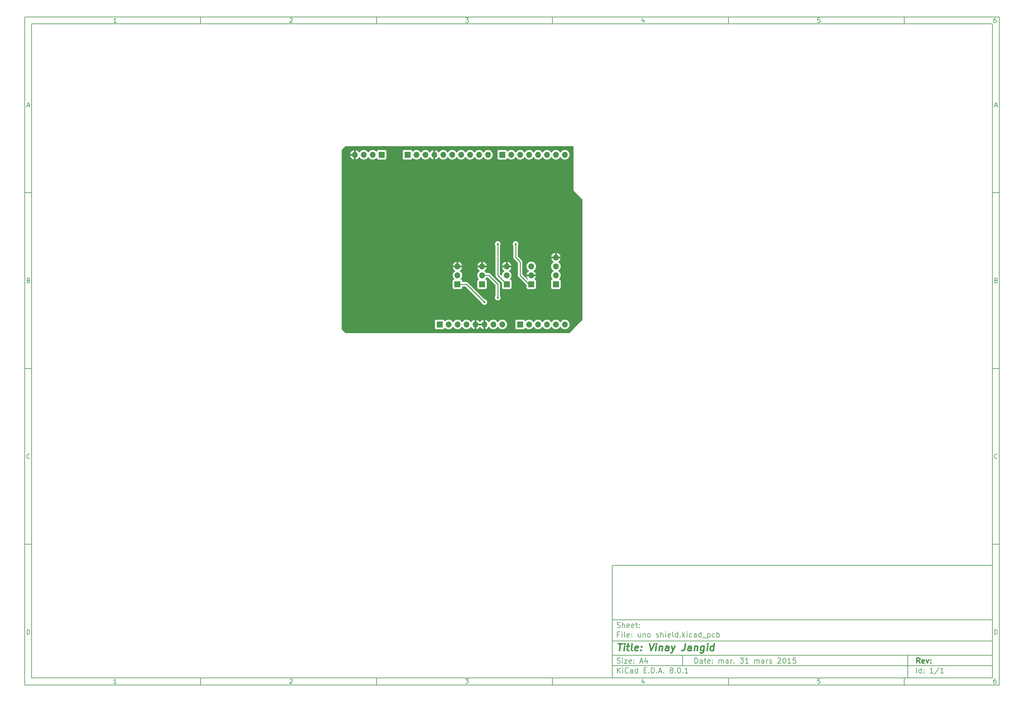
<source format=gbr>
%TF.GenerationSoftware,KiCad,Pcbnew,8.0.1*%
%TF.CreationDate,2024-04-16T15:40:23+05:30*%
%TF.ProjectId,uno shield,756e6f20-7368-4696-956c-642e6b696361,rev?*%
%TF.SameCoordinates,PX5f5e100PY5f5e100*%
%TF.FileFunction,Copper,L2,Bot*%
%TF.FilePolarity,Positive*%
%FSLAX46Y46*%
G04 Gerber Fmt 4.6, Leading zero omitted, Abs format (unit mm)*
G04 Created by KiCad (PCBNEW 8.0.1) date 2024-04-16 15:40:23*
%MOMM*%
%LPD*%
G01*
G04 APERTURE LIST*
%ADD10C,0.100000*%
%ADD11C,0.150000*%
%ADD12C,0.300000*%
%ADD13C,0.400000*%
%TA.AperFunction,ComponentPad*%
%ADD14R,1.700000X1.700000*%
%TD*%
%TA.AperFunction,ComponentPad*%
%ADD15O,1.700000X1.700000*%
%TD*%
%TA.AperFunction,ViaPad*%
%ADD16C,0.600000*%
%TD*%
%TA.AperFunction,Conductor*%
%ADD17C,0.250000*%
%TD*%
G04 APERTURE END LIST*
D10*
D11*
X77002200Y-66007200D02*
X185002200Y-66007200D01*
X185002200Y-98007200D01*
X77002200Y-98007200D01*
X77002200Y-66007200D01*
D10*
D11*
X-90000000Y90000000D02*
X187002200Y90000000D01*
X187002200Y-100007200D01*
X-90000000Y-100007200D01*
X-90000000Y90000000D01*
D10*
D11*
X-88000000Y88000000D02*
X185002200Y88000000D01*
X185002200Y-98007200D01*
X-88000000Y-98007200D01*
X-88000000Y88000000D01*
D10*
D11*
X-40000000Y88000000D02*
X-40000000Y90000000D01*
D10*
D11*
X10000000Y88000000D02*
X10000000Y90000000D01*
D10*
D11*
X60000000Y88000000D02*
X60000000Y90000000D01*
D10*
D11*
X110000000Y88000000D02*
X110000000Y90000000D01*
D10*
D11*
X160000000Y88000000D02*
X160000000Y90000000D01*
D10*
D11*
X-63910840Y88406396D02*
X-64653697Y88406396D01*
X-64282269Y88406396D02*
X-64282269Y89706396D01*
X-64282269Y89706396D02*
X-64406078Y89520681D01*
X-64406078Y89520681D02*
X-64529888Y89396872D01*
X-64529888Y89396872D02*
X-64653697Y89334967D01*
D10*
D11*
X-14653697Y89582586D02*
X-14591793Y89644491D01*
X-14591793Y89644491D02*
X-14467983Y89706396D01*
X-14467983Y89706396D02*
X-14158459Y89706396D01*
X-14158459Y89706396D02*
X-14034650Y89644491D01*
X-14034650Y89644491D02*
X-13972745Y89582586D01*
X-13972745Y89582586D02*
X-13910840Y89458777D01*
X-13910840Y89458777D02*
X-13910840Y89334967D01*
X-13910840Y89334967D02*
X-13972745Y89149253D01*
X-13972745Y89149253D02*
X-14715602Y88406396D01*
X-14715602Y88406396D02*
X-13910840Y88406396D01*
D10*
D11*
X35284398Y89706396D02*
X36089160Y89706396D01*
X36089160Y89706396D02*
X35655826Y89211158D01*
X35655826Y89211158D02*
X35841541Y89211158D01*
X35841541Y89211158D02*
X35965350Y89149253D01*
X35965350Y89149253D02*
X36027255Y89087348D01*
X36027255Y89087348D02*
X36089160Y88963539D01*
X36089160Y88963539D02*
X36089160Y88654015D01*
X36089160Y88654015D02*
X36027255Y88530205D01*
X36027255Y88530205D02*
X35965350Y88468300D01*
X35965350Y88468300D02*
X35841541Y88406396D01*
X35841541Y88406396D02*
X35470112Y88406396D01*
X35470112Y88406396D02*
X35346303Y88468300D01*
X35346303Y88468300D02*
X35284398Y88530205D01*
D10*
D11*
X85965350Y89273062D02*
X85965350Y88406396D01*
X85655826Y89768300D02*
X85346303Y88839729D01*
X85346303Y88839729D02*
X86151064Y88839729D01*
D10*
D11*
X136027255Y89706396D02*
X135408207Y89706396D01*
X135408207Y89706396D02*
X135346303Y89087348D01*
X135346303Y89087348D02*
X135408207Y89149253D01*
X135408207Y89149253D02*
X135532017Y89211158D01*
X135532017Y89211158D02*
X135841541Y89211158D01*
X135841541Y89211158D02*
X135965350Y89149253D01*
X135965350Y89149253D02*
X136027255Y89087348D01*
X136027255Y89087348D02*
X136089160Y88963539D01*
X136089160Y88963539D02*
X136089160Y88654015D01*
X136089160Y88654015D02*
X136027255Y88530205D01*
X136027255Y88530205D02*
X135965350Y88468300D01*
X135965350Y88468300D02*
X135841541Y88406396D01*
X135841541Y88406396D02*
X135532017Y88406396D01*
X135532017Y88406396D02*
X135408207Y88468300D01*
X135408207Y88468300D02*
X135346303Y88530205D01*
D10*
D11*
X185965350Y89706396D02*
X185717731Y89706396D01*
X185717731Y89706396D02*
X185593922Y89644491D01*
X185593922Y89644491D02*
X185532017Y89582586D01*
X185532017Y89582586D02*
X185408207Y89396872D01*
X185408207Y89396872D02*
X185346303Y89149253D01*
X185346303Y89149253D02*
X185346303Y88654015D01*
X185346303Y88654015D02*
X185408207Y88530205D01*
X185408207Y88530205D02*
X185470112Y88468300D01*
X185470112Y88468300D02*
X185593922Y88406396D01*
X185593922Y88406396D02*
X185841541Y88406396D01*
X185841541Y88406396D02*
X185965350Y88468300D01*
X185965350Y88468300D02*
X186027255Y88530205D01*
X186027255Y88530205D02*
X186089160Y88654015D01*
X186089160Y88654015D02*
X186089160Y88963539D01*
X186089160Y88963539D02*
X186027255Y89087348D01*
X186027255Y89087348D02*
X185965350Y89149253D01*
X185965350Y89149253D02*
X185841541Y89211158D01*
X185841541Y89211158D02*
X185593922Y89211158D01*
X185593922Y89211158D02*
X185470112Y89149253D01*
X185470112Y89149253D02*
X185408207Y89087348D01*
X185408207Y89087348D02*
X185346303Y88963539D01*
D10*
D11*
X-40000000Y-98007200D02*
X-40000000Y-100007200D01*
D10*
D11*
X10000000Y-98007200D02*
X10000000Y-100007200D01*
D10*
D11*
X60000000Y-98007200D02*
X60000000Y-100007200D01*
D10*
D11*
X110000000Y-98007200D02*
X110000000Y-100007200D01*
D10*
D11*
X160000000Y-98007200D02*
X160000000Y-100007200D01*
D10*
D11*
X-63910840Y-99600804D02*
X-64653697Y-99600804D01*
X-64282269Y-99600804D02*
X-64282269Y-98300804D01*
X-64282269Y-98300804D02*
X-64406078Y-98486519D01*
X-64406078Y-98486519D02*
X-64529888Y-98610328D01*
X-64529888Y-98610328D02*
X-64653697Y-98672233D01*
D10*
D11*
X-14653697Y-98424614D02*
X-14591793Y-98362709D01*
X-14591793Y-98362709D02*
X-14467983Y-98300804D01*
X-14467983Y-98300804D02*
X-14158459Y-98300804D01*
X-14158459Y-98300804D02*
X-14034650Y-98362709D01*
X-14034650Y-98362709D02*
X-13972745Y-98424614D01*
X-13972745Y-98424614D02*
X-13910840Y-98548423D01*
X-13910840Y-98548423D02*
X-13910840Y-98672233D01*
X-13910840Y-98672233D02*
X-13972745Y-98857947D01*
X-13972745Y-98857947D02*
X-14715602Y-99600804D01*
X-14715602Y-99600804D02*
X-13910840Y-99600804D01*
D10*
D11*
X35284398Y-98300804D02*
X36089160Y-98300804D01*
X36089160Y-98300804D02*
X35655826Y-98796042D01*
X35655826Y-98796042D02*
X35841541Y-98796042D01*
X35841541Y-98796042D02*
X35965350Y-98857947D01*
X35965350Y-98857947D02*
X36027255Y-98919852D01*
X36027255Y-98919852D02*
X36089160Y-99043661D01*
X36089160Y-99043661D02*
X36089160Y-99353185D01*
X36089160Y-99353185D02*
X36027255Y-99476995D01*
X36027255Y-99476995D02*
X35965350Y-99538900D01*
X35965350Y-99538900D02*
X35841541Y-99600804D01*
X35841541Y-99600804D02*
X35470112Y-99600804D01*
X35470112Y-99600804D02*
X35346303Y-99538900D01*
X35346303Y-99538900D02*
X35284398Y-99476995D01*
D10*
D11*
X85965350Y-98734138D02*
X85965350Y-99600804D01*
X85655826Y-98238900D02*
X85346303Y-99167471D01*
X85346303Y-99167471D02*
X86151064Y-99167471D01*
D10*
D11*
X136027255Y-98300804D02*
X135408207Y-98300804D01*
X135408207Y-98300804D02*
X135346303Y-98919852D01*
X135346303Y-98919852D02*
X135408207Y-98857947D01*
X135408207Y-98857947D02*
X135532017Y-98796042D01*
X135532017Y-98796042D02*
X135841541Y-98796042D01*
X135841541Y-98796042D02*
X135965350Y-98857947D01*
X135965350Y-98857947D02*
X136027255Y-98919852D01*
X136027255Y-98919852D02*
X136089160Y-99043661D01*
X136089160Y-99043661D02*
X136089160Y-99353185D01*
X136089160Y-99353185D02*
X136027255Y-99476995D01*
X136027255Y-99476995D02*
X135965350Y-99538900D01*
X135965350Y-99538900D02*
X135841541Y-99600804D01*
X135841541Y-99600804D02*
X135532017Y-99600804D01*
X135532017Y-99600804D02*
X135408207Y-99538900D01*
X135408207Y-99538900D02*
X135346303Y-99476995D01*
D10*
D11*
X185965350Y-98300804D02*
X185717731Y-98300804D01*
X185717731Y-98300804D02*
X185593922Y-98362709D01*
X185593922Y-98362709D02*
X185532017Y-98424614D01*
X185532017Y-98424614D02*
X185408207Y-98610328D01*
X185408207Y-98610328D02*
X185346303Y-98857947D01*
X185346303Y-98857947D02*
X185346303Y-99353185D01*
X185346303Y-99353185D02*
X185408207Y-99476995D01*
X185408207Y-99476995D02*
X185470112Y-99538900D01*
X185470112Y-99538900D02*
X185593922Y-99600804D01*
X185593922Y-99600804D02*
X185841541Y-99600804D01*
X185841541Y-99600804D02*
X185965350Y-99538900D01*
X185965350Y-99538900D02*
X186027255Y-99476995D01*
X186027255Y-99476995D02*
X186089160Y-99353185D01*
X186089160Y-99353185D02*
X186089160Y-99043661D01*
X186089160Y-99043661D02*
X186027255Y-98919852D01*
X186027255Y-98919852D02*
X185965350Y-98857947D01*
X185965350Y-98857947D02*
X185841541Y-98796042D01*
X185841541Y-98796042D02*
X185593922Y-98796042D01*
X185593922Y-98796042D02*
X185470112Y-98857947D01*
X185470112Y-98857947D02*
X185408207Y-98919852D01*
X185408207Y-98919852D02*
X185346303Y-99043661D01*
D10*
D11*
X-90000000Y40000000D02*
X-88000000Y40000000D01*
D10*
D11*
X-90000000Y-10000000D02*
X-88000000Y-10000000D01*
D10*
D11*
X-90000000Y-60000000D02*
X-88000000Y-60000000D01*
D10*
D11*
X-89309524Y64777824D02*
X-88690477Y64777824D01*
X-89433334Y64406396D02*
X-89000001Y65706396D01*
X-89000001Y65706396D02*
X-88566667Y64406396D01*
D10*
D11*
X-88907143Y15087348D02*
X-88721429Y15025443D01*
X-88721429Y15025443D02*
X-88659524Y14963539D01*
X-88659524Y14963539D02*
X-88597620Y14839729D01*
X-88597620Y14839729D02*
X-88597620Y14654015D01*
X-88597620Y14654015D02*
X-88659524Y14530205D01*
X-88659524Y14530205D02*
X-88721429Y14468300D01*
X-88721429Y14468300D02*
X-88845239Y14406396D01*
X-88845239Y14406396D02*
X-89340477Y14406396D01*
X-89340477Y14406396D02*
X-89340477Y15706396D01*
X-89340477Y15706396D02*
X-88907143Y15706396D01*
X-88907143Y15706396D02*
X-88783334Y15644491D01*
X-88783334Y15644491D02*
X-88721429Y15582586D01*
X-88721429Y15582586D02*
X-88659524Y15458777D01*
X-88659524Y15458777D02*
X-88659524Y15334967D01*
X-88659524Y15334967D02*
X-88721429Y15211158D01*
X-88721429Y15211158D02*
X-88783334Y15149253D01*
X-88783334Y15149253D02*
X-88907143Y15087348D01*
X-88907143Y15087348D02*
X-89340477Y15087348D01*
D10*
D11*
X-88597620Y-35469795D02*
X-88659524Y-35531700D01*
X-88659524Y-35531700D02*
X-88845239Y-35593604D01*
X-88845239Y-35593604D02*
X-88969048Y-35593604D01*
X-88969048Y-35593604D02*
X-89154762Y-35531700D01*
X-89154762Y-35531700D02*
X-89278572Y-35407890D01*
X-89278572Y-35407890D02*
X-89340477Y-35284080D01*
X-89340477Y-35284080D02*
X-89402381Y-35036461D01*
X-89402381Y-35036461D02*
X-89402381Y-34850747D01*
X-89402381Y-34850747D02*
X-89340477Y-34603128D01*
X-89340477Y-34603128D02*
X-89278572Y-34479319D01*
X-89278572Y-34479319D02*
X-89154762Y-34355509D01*
X-89154762Y-34355509D02*
X-88969048Y-34293604D01*
X-88969048Y-34293604D02*
X-88845239Y-34293604D01*
X-88845239Y-34293604D02*
X-88659524Y-34355509D01*
X-88659524Y-34355509D02*
X-88597620Y-34417414D01*
D10*
D11*
X-89340477Y-85593604D02*
X-89340477Y-84293604D01*
X-89340477Y-84293604D02*
X-89030953Y-84293604D01*
X-89030953Y-84293604D02*
X-88845239Y-84355509D01*
X-88845239Y-84355509D02*
X-88721429Y-84479319D01*
X-88721429Y-84479319D02*
X-88659524Y-84603128D01*
X-88659524Y-84603128D02*
X-88597620Y-84850747D01*
X-88597620Y-84850747D02*
X-88597620Y-85036461D01*
X-88597620Y-85036461D02*
X-88659524Y-85284080D01*
X-88659524Y-85284080D02*
X-88721429Y-85407890D01*
X-88721429Y-85407890D02*
X-88845239Y-85531700D01*
X-88845239Y-85531700D02*
X-89030953Y-85593604D01*
X-89030953Y-85593604D02*
X-89340477Y-85593604D01*
D10*
D11*
X187002200Y40000000D02*
X185002200Y40000000D01*
D10*
D11*
X187002200Y-10000000D02*
X185002200Y-10000000D01*
D10*
D11*
X187002200Y-60000000D02*
X185002200Y-60000000D01*
D10*
D11*
X185692676Y64777824D02*
X186311723Y64777824D01*
X185568866Y64406396D02*
X186002199Y65706396D01*
X186002199Y65706396D02*
X186435533Y64406396D01*
D10*
D11*
X186095057Y15087348D02*
X186280771Y15025443D01*
X186280771Y15025443D02*
X186342676Y14963539D01*
X186342676Y14963539D02*
X186404580Y14839729D01*
X186404580Y14839729D02*
X186404580Y14654015D01*
X186404580Y14654015D02*
X186342676Y14530205D01*
X186342676Y14530205D02*
X186280771Y14468300D01*
X186280771Y14468300D02*
X186156961Y14406396D01*
X186156961Y14406396D02*
X185661723Y14406396D01*
X185661723Y14406396D02*
X185661723Y15706396D01*
X185661723Y15706396D02*
X186095057Y15706396D01*
X186095057Y15706396D02*
X186218866Y15644491D01*
X186218866Y15644491D02*
X186280771Y15582586D01*
X186280771Y15582586D02*
X186342676Y15458777D01*
X186342676Y15458777D02*
X186342676Y15334967D01*
X186342676Y15334967D02*
X186280771Y15211158D01*
X186280771Y15211158D02*
X186218866Y15149253D01*
X186218866Y15149253D02*
X186095057Y15087348D01*
X186095057Y15087348D02*
X185661723Y15087348D01*
D10*
D11*
X186404580Y-35469795D02*
X186342676Y-35531700D01*
X186342676Y-35531700D02*
X186156961Y-35593604D01*
X186156961Y-35593604D02*
X186033152Y-35593604D01*
X186033152Y-35593604D02*
X185847438Y-35531700D01*
X185847438Y-35531700D02*
X185723628Y-35407890D01*
X185723628Y-35407890D02*
X185661723Y-35284080D01*
X185661723Y-35284080D02*
X185599819Y-35036461D01*
X185599819Y-35036461D02*
X185599819Y-34850747D01*
X185599819Y-34850747D02*
X185661723Y-34603128D01*
X185661723Y-34603128D02*
X185723628Y-34479319D01*
X185723628Y-34479319D02*
X185847438Y-34355509D01*
X185847438Y-34355509D02*
X186033152Y-34293604D01*
X186033152Y-34293604D02*
X186156961Y-34293604D01*
X186156961Y-34293604D02*
X186342676Y-34355509D01*
X186342676Y-34355509D02*
X186404580Y-34417414D01*
D10*
D11*
X185661723Y-85593604D02*
X185661723Y-84293604D01*
X185661723Y-84293604D02*
X185971247Y-84293604D01*
X185971247Y-84293604D02*
X186156961Y-84355509D01*
X186156961Y-84355509D02*
X186280771Y-84479319D01*
X186280771Y-84479319D02*
X186342676Y-84603128D01*
X186342676Y-84603128D02*
X186404580Y-84850747D01*
X186404580Y-84850747D02*
X186404580Y-85036461D01*
X186404580Y-85036461D02*
X186342676Y-85284080D01*
X186342676Y-85284080D02*
X186280771Y-85407890D01*
X186280771Y-85407890D02*
X186156961Y-85531700D01*
X186156961Y-85531700D02*
X185971247Y-85593604D01*
X185971247Y-85593604D02*
X185661723Y-85593604D01*
D10*
D11*
X100458026Y-93793328D02*
X100458026Y-92293328D01*
X100458026Y-92293328D02*
X100815169Y-92293328D01*
X100815169Y-92293328D02*
X101029455Y-92364757D01*
X101029455Y-92364757D02*
X101172312Y-92507614D01*
X101172312Y-92507614D02*
X101243741Y-92650471D01*
X101243741Y-92650471D02*
X101315169Y-92936185D01*
X101315169Y-92936185D02*
X101315169Y-93150471D01*
X101315169Y-93150471D02*
X101243741Y-93436185D01*
X101243741Y-93436185D02*
X101172312Y-93579042D01*
X101172312Y-93579042D02*
X101029455Y-93721900D01*
X101029455Y-93721900D02*
X100815169Y-93793328D01*
X100815169Y-93793328D02*
X100458026Y-93793328D01*
X102600884Y-93793328D02*
X102600884Y-93007614D01*
X102600884Y-93007614D02*
X102529455Y-92864757D01*
X102529455Y-92864757D02*
X102386598Y-92793328D01*
X102386598Y-92793328D02*
X102100884Y-92793328D01*
X102100884Y-92793328D02*
X101958026Y-92864757D01*
X102600884Y-93721900D02*
X102458026Y-93793328D01*
X102458026Y-93793328D02*
X102100884Y-93793328D01*
X102100884Y-93793328D02*
X101958026Y-93721900D01*
X101958026Y-93721900D02*
X101886598Y-93579042D01*
X101886598Y-93579042D02*
X101886598Y-93436185D01*
X101886598Y-93436185D02*
X101958026Y-93293328D01*
X101958026Y-93293328D02*
X102100884Y-93221900D01*
X102100884Y-93221900D02*
X102458026Y-93221900D01*
X102458026Y-93221900D02*
X102600884Y-93150471D01*
X103100884Y-92793328D02*
X103672312Y-92793328D01*
X103315169Y-92293328D02*
X103315169Y-93579042D01*
X103315169Y-93579042D02*
X103386598Y-93721900D01*
X103386598Y-93721900D02*
X103529455Y-93793328D01*
X103529455Y-93793328D02*
X103672312Y-93793328D01*
X104743741Y-93721900D02*
X104600884Y-93793328D01*
X104600884Y-93793328D02*
X104315170Y-93793328D01*
X104315170Y-93793328D02*
X104172312Y-93721900D01*
X104172312Y-93721900D02*
X104100884Y-93579042D01*
X104100884Y-93579042D02*
X104100884Y-93007614D01*
X104100884Y-93007614D02*
X104172312Y-92864757D01*
X104172312Y-92864757D02*
X104315170Y-92793328D01*
X104315170Y-92793328D02*
X104600884Y-92793328D01*
X104600884Y-92793328D02*
X104743741Y-92864757D01*
X104743741Y-92864757D02*
X104815170Y-93007614D01*
X104815170Y-93007614D02*
X104815170Y-93150471D01*
X104815170Y-93150471D02*
X104100884Y-93293328D01*
X105458026Y-93650471D02*
X105529455Y-93721900D01*
X105529455Y-93721900D02*
X105458026Y-93793328D01*
X105458026Y-93793328D02*
X105386598Y-93721900D01*
X105386598Y-93721900D02*
X105458026Y-93650471D01*
X105458026Y-93650471D02*
X105458026Y-93793328D01*
X105458026Y-92864757D02*
X105529455Y-92936185D01*
X105529455Y-92936185D02*
X105458026Y-93007614D01*
X105458026Y-93007614D02*
X105386598Y-92936185D01*
X105386598Y-92936185D02*
X105458026Y-92864757D01*
X105458026Y-92864757D02*
X105458026Y-93007614D01*
X107315169Y-93793328D02*
X107315169Y-92793328D01*
X107315169Y-92936185D02*
X107386598Y-92864757D01*
X107386598Y-92864757D02*
X107529455Y-92793328D01*
X107529455Y-92793328D02*
X107743741Y-92793328D01*
X107743741Y-92793328D02*
X107886598Y-92864757D01*
X107886598Y-92864757D02*
X107958027Y-93007614D01*
X107958027Y-93007614D02*
X107958027Y-93793328D01*
X107958027Y-93007614D02*
X108029455Y-92864757D01*
X108029455Y-92864757D02*
X108172312Y-92793328D01*
X108172312Y-92793328D02*
X108386598Y-92793328D01*
X108386598Y-92793328D02*
X108529455Y-92864757D01*
X108529455Y-92864757D02*
X108600884Y-93007614D01*
X108600884Y-93007614D02*
X108600884Y-93793328D01*
X109958027Y-93793328D02*
X109958027Y-93007614D01*
X109958027Y-93007614D02*
X109886598Y-92864757D01*
X109886598Y-92864757D02*
X109743741Y-92793328D01*
X109743741Y-92793328D02*
X109458027Y-92793328D01*
X109458027Y-92793328D02*
X109315169Y-92864757D01*
X109958027Y-93721900D02*
X109815169Y-93793328D01*
X109815169Y-93793328D02*
X109458027Y-93793328D01*
X109458027Y-93793328D02*
X109315169Y-93721900D01*
X109315169Y-93721900D02*
X109243741Y-93579042D01*
X109243741Y-93579042D02*
X109243741Y-93436185D01*
X109243741Y-93436185D02*
X109315169Y-93293328D01*
X109315169Y-93293328D02*
X109458027Y-93221900D01*
X109458027Y-93221900D02*
X109815169Y-93221900D01*
X109815169Y-93221900D02*
X109958027Y-93150471D01*
X110672312Y-93793328D02*
X110672312Y-92793328D01*
X110672312Y-93079042D02*
X110743741Y-92936185D01*
X110743741Y-92936185D02*
X110815170Y-92864757D01*
X110815170Y-92864757D02*
X110958027Y-92793328D01*
X110958027Y-92793328D02*
X111100884Y-92793328D01*
X111600883Y-93650471D02*
X111672312Y-93721900D01*
X111672312Y-93721900D02*
X111600883Y-93793328D01*
X111600883Y-93793328D02*
X111529455Y-93721900D01*
X111529455Y-93721900D02*
X111600883Y-93650471D01*
X111600883Y-93650471D02*
X111600883Y-93793328D01*
X113315169Y-92293328D02*
X114243741Y-92293328D01*
X114243741Y-92293328D02*
X113743741Y-92864757D01*
X113743741Y-92864757D02*
X113958026Y-92864757D01*
X113958026Y-92864757D02*
X114100884Y-92936185D01*
X114100884Y-92936185D02*
X114172312Y-93007614D01*
X114172312Y-93007614D02*
X114243741Y-93150471D01*
X114243741Y-93150471D02*
X114243741Y-93507614D01*
X114243741Y-93507614D02*
X114172312Y-93650471D01*
X114172312Y-93650471D02*
X114100884Y-93721900D01*
X114100884Y-93721900D02*
X113958026Y-93793328D01*
X113958026Y-93793328D02*
X113529455Y-93793328D01*
X113529455Y-93793328D02*
X113386598Y-93721900D01*
X113386598Y-93721900D02*
X113315169Y-93650471D01*
X115672312Y-93793328D02*
X114815169Y-93793328D01*
X115243740Y-93793328D02*
X115243740Y-92293328D01*
X115243740Y-92293328D02*
X115100883Y-92507614D01*
X115100883Y-92507614D02*
X114958026Y-92650471D01*
X114958026Y-92650471D02*
X114815169Y-92721900D01*
X117458025Y-93793328D02*
X117458025Y-92793328D01*
X117458025Y-92936185D02*
X117529454Y-92864757D01*
X117529454Y-92864757D02*
X117672311Y-92793328D01*
X117672311Y-92793328D02*
X117886597Y-92793328D01*
X117886597Y-92793328D02*
X118029454Y-92864757D01*
X118029454Y-92864757D02*
X118100883Y-93007614D01*
X118100883Y-93007614D02*
X118100883Y-93793328D01*
X118100883Y-93007614D02*
X118172311Y-92864757D01*
X118172311Y-92864757D02*
X118315168Y-92793328D01*
X118315168Y-92793328D02*
X118529454Y-92793328D01*
X118529454Y-92793328D02*
X118672311Y-92864757D01*
X118672311Y-92864757D02*
X118743740Y-93007614D01*
X118743740Y-93007614D02*
X118743740Y-93793328D01*
X120100883Y-93793328D02*
X120100883Y-93007614D01*
X120100883Y-93007614D02*
X120029454Y-92864757D01*
X120029454Y-92864757D02*
X119886597Y-92793328D01*
X119886597Y-92793328D02*
X119600883Y-92793328D01*
X119600883Y-92793328D02*
X119458025Y-92864757D01*
X120100883Y-93721900D02*
X119958025Y-93793328D01*
X119958025Y-93793328D02*
X119600883Y-93793328D01*
X119600883Y-93793328D02*
X119458025Y-93721900D01*
X119458025Y-93721900D02*
X119386597Y-93579042D01*
X119386597Y-93579042D02*
X119386597Y-93436185D01*
X119386597Y-93436185D02*
X119458025Y-93293328D01*
X119458025Y-93293328D02*
X119600883Y-93221900D01*
X119600883Y-93221900D02*
X119958025Y-93221900D01*
X119958025Y-93221900D02*
X120100883Y-93150471D01*
X120815168Y-93793328D02*
X120815168Y-92793328D01*
X120815168Y-93079042D02*
X120886597Y-92936185D01*
X120886597Y-92936185D02*
X120958026Y-92864757D01*
X120958026Y-92864757D02*
X121100883Y-92793328D01*
X121100883Y-92793328D02*
X121243740Y-92793328D01*
X121672311Y-93721900D02*
X121815168Y-93793328D01*
X121815168Y-93793328D02*
X122100882Y-93793328D01*
X122100882Y-93793328D02*
X122243739Y-93721900D01*
X122243739Y-93721900D02*
X122315168Y-93579042D01*
X122315168Y-93579042D02*
X122315168Y-93507614D01*
X122315168Y-93507614D02*
X122243739Y-93364757D01*
X122243739Y-93364757D02*
X122100882Y-93293328D01*
X122100882Y-93293328D02*
X121886597Y-93293328D01*
X121886597Y-93293328D02*
X121743739Y-93221900D01*
X121743739Y-93221900D02*
X121672311Y-93079042D01*
X121672311Y-93079042D02*
X121672311Y-93007614D01*
X121672311Y-93007614D02*
X121743739Y-92864757D01*
X121743739Y-92864757D02*
X121886597Y-92793328D01*
X121886597Y-92793328D02*
X122100882Y-92793328D01*
X122100882Y-92793328D02*
X122243739Y-92864757D01*
X124029454Y-92436185D02*
X124100882Y-92364757D01*
X124100882Y-92364757D02*
X124243740Y-92293328D01*
X124243740Y-92293328D02*
X124600882Y-92293328D01*
X124600882Y-92293328D02*
X124743740Y-92364757D01*
X124743740Y-92364757D02*
X124815168Y-92436185D01*
X124815168Y-92436185D02*
X124886597Y-92579042D01*
X124886597Y-92579042D02*
X124886597Y-92721900D01*
X124886597Y-92721900D02*
X124815168Y-92936185D01*
X124815168Y-92936185D02*
X123958025Y-93793328D01*
X123958025Y-93793328D02*
X124886597Y-93793328D01*
X125815168Y-92293328D02*
X125958025Y-92293328D01*
X125958025Y-92293328D02*
X126100882Y-92364757D01*
X126100882Y-92364757D02*
X126172311Y-92436185D01*
X126172311Y-92436185D02*
X126243739Y-92579042D01*
X126243739Y-92579042D02*
X126315168Y-92864757D01*
X126315168Y-92864757D02*
X126315168Y-93221900D01*
X126315168Y-93221900D02*
X126243739Y-93507614D01*
X126243739Y-93507614D02*
X126172311Y-93650471D01*
X126172311Y-93650471D02*
X126100882Y-93721900D01*
X126100882Y-93721900D02*
X125958025Y-93793328D01*
X125958025Y-93793328D02*
X125815168Y-93793328D01*
X125815168Y-93793328D02*
X125672311Y-93721900D01*
X125672311Y-93721900D02*
X125600882Y-93650471D01*
X125600882Y-93650471D02*
X125529453Y-93507614D01*
X125529453Y-93507614D02*
X125458025Y-93221900D01*
X125458025Y-93221900D02*
X125458025Y-92864757D01*
X125458025Y-92864757D02*
X125529453Y-92579042D01*
X125529453Y-92579042D02*
X125600882Y-92436185D01*
X125600882Y-92436185D02*
X125672311Y-92364757D01*
X125672311Y-92364757D02*
X125815168Y-92293328D01*
X127743739Y-93793328D02*
X126886596Y-93793328D01*
X127315167Y-93793328D02*
X127315167Y-92293328D01*
X127315167Y-92293328D02*
X127172310Y-92507614D01*
X127172310Y-92507614D02*
X127029453Y-92650471D01*
X127029453Y-92650471D02*
X126886596Y-92721900D01*
X129100881Y-92293328D02*
X128386595Y-92293328D01*
X128386595Y-92293328D02*
X128315167Y-93007614D01*
X128315167Y-93007614D02*
X128386595Y-92936185D01*
X128386595Y-92936185D02*
X128529453Y-92864757D01*
X128529453Y-92864757D02*
X128886595Y-92864757D01*
X128886595Y-92864757D02*
X129029453Y-92936185D01*
X129029453Y-92936185D02*
X129100881Y-93007614D01*
X129100881Y-93007614D02*
X129172310Y-93150471D01*
X129172310Y-93150471D02*
X129172310Y-93507614D01*
X129172310Y-93507614D02*
X129100881Y-93650471D01*
X129100881Y-93650471D02*
X129029453Y-93721900D01*
X129029453Y-93721900D02*
X128886595Y-93793328D01*
X128886595Y-93793328D02*
X128529453Y-93793328D01*
X128529453Y-93793328D02*
X128386595Y-93721900D01*
X128386595Y-93721900D02*
X128315167Y-93650471D01*
D10*
D11*
X77002200Y-94507200D02*
X185002200Y-94507200D01*
D10*
D11*
X78458026Y-96593328D02*
X78458026Y-95093328D01*
X79315169Y-96593328D02*
X78672312Y-95736185D01*
X79315169Y-95093328D02*
X78458026Y-95950471D01*
X79958026Y-96593328D02*
X79958026Y-95593328D01*
X79958026Y-95093328D02*
X79886598Y-95164757D01*
X79886598Y-95164757D02*
X79958026Y-95236185D01*
X79958026Y-95236185D02*
X80029455Y-95164757D01*
X80029455Y-95164757D02*
X79958026Y-95093328D01*
X79958026Y-95093328D02*
X79958026Y-95236185D01*
X81529455Y-96450471D02*
X81458027Y-96521900D01*
X81458027Y-96521900D02*
X81243741Y-96593328D01*
X81243741Y-96593328D02*
X81100884Y-96593328D01*
X81100884Y-96593328D02*
X80886598Y-96521900D01*
X80886598Y-96521900D02*
X80743741Y-96379042D01*
X80743741Y-96379042D02*
X80672312Y-96236185D01*
X80672312Y-96236185D02*
X80600884Y-95950471D01*
X80600884Y-95950471D02*
X80600884Y-95736185D01*
X80600884Y-95736185D02*
X80672312Y-95450471D01*
X80672312Y-95450471D02*
X80743741Y-95307614D01*
X80743741Y-95307614D02*
X80886598Y-95164757D01*
X80886598Y-95164757D02*
X81100884Y-95093328D01*
X81100884Y-95093328D02*
X81243741Y-95093328D01*
X81243741Y-95093328D02*
X81458027Y-95164757D01*
X81458027Y-95164757D02*
X81529455Y-95236185D01*
X82815170Y-96593328D02*
X82815170Y-95807614D01*
X82815170Y-95807614D02*
X82743741Y-95664757D01*
X82743741Y-95664757D02*
X82600884Y-95593328D01*
X82600884Y-95593328D02*
X82315170Y-95593328D01*
X82315170Y-95593328D02*
X82172312Y-95664757D01*
X82815170Y-96521900D02*
X82672312Y-96593328D01*
X82672312Y-96593328D02*
X82315170Y-96593328D01*
X82315170Y-96593328D02*
X82172312Y-96521900D01*
X82172312Y-96521900D02*
X82100884Y-96379042D01*
X82100884Y-96379042D02*
X82100884Y-96236185D01*
X82100884Y-96236185D02*
X82172312Y-96093328D01*
X82172312Y-96093328D02*
X82315170Y-96021900D01*
X82315170Y-96021900D02*
X82672312Y-96021900D01*
X82672312Y-96021900D02*
X82815170Y-95950471D01*
X84172313Y-96593328D02*
X84172313Y-95093328D01*
X84172313Y-96521900D02*
X84029455Y-96593328D01*
X84029455Y-96593328D02*
X83743741Y-96593328D01*
X83743741Y-96593328D02*
X83600884Y-96521900D01*
X83600884Y-96521900D02*
X83529455Y-96450471D01*
X83529455Y-96450471D02*
X83458027Y-96307614D01*
X83458027Y-96307614D02*
X83458027Y-95879042D01*
X83458027Y-95879042D02*
X83529455Y-95736185D01*
X83529455Y-95736185D02*
X83600884Y-95664757D01*
X83600884Y-95664757D02*
X83743741Y-95593328D01*
X83743741Y-95593328D02*
X84029455Y-95593328D01*
X84029455Y-95593328D02*
X84172313Y-95664757D01*
X86029455Y-95807614D02*
X86529455Y-95807614D01*
X86743741Y-96593328D02*
X86029455Y-96593328D01*
X86029455Y-96593328D02*
X86029455Y-95093328D01*
X86029455Y-95093328D02*
X86743741Y-95093328D01*
X87386598Y-96450471D02*
X87458027Y-96521900D01*
X87458027Y-96521900D02*
X87386598Y-96593328D01*
X87386598Y-96593328D02*
X87315170Y-96521900D01*
X87315170Y-96521900D02*
X87386598Y-96450471D01*
X87386598Y-96450471D02*
X87386598Y-96593328D01*
X88100884Y-96593328D02*
X88100884Y-95093328D01*
X88100884Y-95093328D02*
X88458027Y-95093328D01*
X88458027Y-95093328D02*
X88672313Y-95164757D01*
X88672313Y-95164757D02*
X88815170Y-95307614D01*
X88815170Y-95307614D02*
X88886599Y-95450471D01*
X88886599Y-95450471D02*
X88958027Y-95736185D01*
X88958027Y-95736185D02*
X88958027Y-95950471D01*
X88958027Y-95950471D02*
X88886599Y-96236185D01*
X88886599Y-96236185D02*
X88815170Y-96379042D01*
X88815170Y-96379042D02*
X88672313Y-96521900D01*
X88672313Y-96521900D02*
X88458027Y-96593328D01*
X88458027Y-96593328D02*
X88100884Y-96593328D01*
X89600884Y-96450471D02*
X89672313Y-96521900D01*
X89672313Y-96521900D02*
X89600884Y-96593328D01*
X89600884Y-96593328D02*
X89529456Y-96521900D01*
X89529456Y-96521900D02*
X89600884Y-96450471D01*
X89600884Y-96450471D02*
X89600884Y-96593328D01*
X90243742Y-96164757D02*
X90958028Y-96164757D01*
X90100885Y-96593328D02*
X90600885Y-95093328D01*
X90600885Y-95093328D02*
X91100885Y-96593328D01*
X91600884Y-96450471D02*
X91672313Y-96521900D01*
X91672313Y-96521900D02*
X91600884Y-96593328D01*
X91600884Y-96593328D02*
X91529456Y-96521900D01*
X91529456Y-96521900D02*
X91600884Y-96450471D01*
X91600884Y-96450471D02*
X91600884Y-96593328D01*
X93672313Y-95736185D02*
X93529456Y-95664757D01*
X93529456Y-95664757D02*
X93458027Y-95593328D01*
X93458027Y-95593328D02*
X93386599Y-95450471D01*
X93386599Y-95450471D02*
X93386599Y-95379042D01*
X93386599Y-95379042D02*
X93458027Y-95236185D01*
X93458027Y-95236185D02*
X93529456Y-95164757D01*
X93529456Y-95164757D02*
X93672313Y-95093328D01*
X93672313Y-95093328D02*
X93958027Y-95093328D01*
X93958027Y-95093328D02*
X94100885Y-95164757D01*
X94100885Y-95164757D02*
X94172313Y-95236185D01*
X94172313Y-95236185D02*
X94243742Y-95379042D01*
X94243742Y-95379042D02*
X94243742Y-95450471D01*
X94243742Y-95450471D02*
X94172313Y-95593328D01*
X94172313Y-95593328D02*
X94100885Y-95664757D01*
X94100885Y-95664757D02*
X93958027Y-95736185D01*
X93958027Y-95736185D02*
X93672313Y-95736185D01*
X93672313Y-95736185D02*
X93529456Y-95807614D01*
X93529456Y-95807614D02*
X93458027Y-95879042D01*
X93458027Y-95879042D02*
X93386599Y-96021900D01*
X93386599Y-96021900D02*
X93386599Y-96307614D01*
X93386599Y-96307614D02*
X93458027Y-96450471D01*
X93458027Y-96450471D02*
X93529456Y-96521900D01*
X93529456Y-96521900D02*
X93672313Y-96593328D01*
X93672313Y-96593328D02*
X93958027Y-96593328D01*
X93958027Y-96593328D02*
X94100885Y-96521900D01*
X94100885Y-96521900D02*
X94172313Y-96450471D01*
X94172313Y-96450471D02*
X94243742Y-96307614D01*
X94243742Y-96307614D02*
X94243742Y-96021900D01*
X94243742Y-96021900D02*
X94172313Y-95879042D01*
X94172313Y-95879042D02*
X94100885Y-95807614D01*
X94100885Y-95807614D02*
X93958027Y-95736185D01*
X94886598Y-96450471D02*
X94958027Y-96521900D01*
X94958027Y-96521900D02*
X94886598Y-96593328D01*
X94886598Y-96593328D02*
X94815170Y-96521900D01*
X94815170Y-96521900D02*
X94886598Y-96450471D01*
X94886598Y-96450471D02*
X94886598Y-96593328D01*
X95886599Y-95093328D02*
X96029456Y-95093328D01*
X96029456Y-95093328D02*
X96172313Y-95164757D01*
X96172313Y-95164757D02*
X96243742Y-95236185D01*
X96243742Y-95236185D02*
X96315170Y-95379042D01*
X96315170Y-95379042D02*
X96386599Y-95664757D01*
X96386599Y-95664757D02*
X96386599Y-96021900D01*
X96386599Y-96021900D02*
X96315170Y-96307614D01*
X96315170Y-96307614D02*
X96243742Y-96450471D01*
X96243742Y-96450471D02*
X96172313Y-96521900D01*
X96172313Y-96521900D02*
X96029456Y-96593328D01*
X96029456Y-96593328D02*
X95886599Y-96593328D01*
X95886599Y-96593328D02*
X95743742Y-96521900D01*
X95743742Y-96521900D02*
X95672313Y-96450471D01*
X95672313Y-96450471D02*
X95600884Y-96307614D01*
X95600884Y-96307614D02*
X95529456Y-96021900D01*
X95529456Y-96021900D02*
X95529456Y-95664757D01*
X95529456Y-95664757D02*
X95600884Y-95379042D01*
X95600884Y-95379042D02*
X95672313Y-95236185D01*
X95672313Y-95236185D02*
X95743742Y-95164757D01*
X95743742Y-95164757D02*
X95886599Y-95093328D01*
X97029455Y-96450471D02*
X97100884Y-96521900D01*
X97100884Y-96521900D02*
X97029455Y-96593328D01*
X97029455Y-96593328D02*
X96958027Y-96521900D01*
X96958027Y-96521900D02*
X97029455Y-96450471D01*
X97029455Y-96450471D02*
X97029455Y-96593328D01*
X98529456Y-96593328D02*
X97672313Y-96593328D01*
X98100884Y-96593328D02*
X98100884Y-95093328D01*
X98100884Y-95093328D02*
X97958027Y-95307614D01*
X97958027Y-95307614D02*
X97815170Y-95450471D01*
X97815170Y-95450471D02*
X97672313Y-95521900D01*
D10*
D11*
X77002200Y-91507200D02*
X185002200Y-91507200D01*
D10*
D12*
X164413853Y-93785528D02*
X163913853Y-93071242D01*
X163556710Y-93785528D02*
X163556710Y-92285528D01*
X163556710Y-92285528D02*
X164128139Y-92285528D01*
X164128139Y-92285528D02*
X164270996Y-92356957D01*
X164270996Y-92356957D02*
X164342425Y-92428385D01*
X164342425Y-92428385D02*
X164413853Y-92571242D01*
X164413853Y-92571242D02*
X164413853Y-92785528D01*
X164413853Y-92785528D02*
X164342425Y-92928385D01*
X164342425Y-92928385D02*
X164270996Y-92999814D01*
X164270996Y-92999814D02*
X164128139Y-93071242D01*
X164128139Y-93071242D02*
X163556710Y-93071242D01*
X165628139Y-93714100D02*
X165485282Y-93785528D01*
X165485282Y-93785528D02*
X165199568Y-93785528D01*
X165199568Y-93785528D02*
X165056710Y-93714100D01*
X165056710Y-93714100D02*
X164985282Y-93571242D01*
X164985282Y-93571242D02*
X164985282Y-92999814D01*
X164985282Y-92999814D02*
X165056710Y-92856957D01*
X165056710Y-92856957D02*
X165199568Y-92785528D01*
X165199568Y-92785528D02*
X165485282Y-92785528D01*
X165485282Y-92785528D02*
X165628139Y-92856957D01*
X165628139Y-92856957D02*
X165699568Y-92999814D01*
X165699568Y-92999814D02*
X165699568Y-93142671D01*
X165699568Y-93142671D02*
X164985282Y-93285528D01*
X166199567Y-92785528D02*
X166556710Y-93785528D01*
X166556710Y-93785528D02*
X166913853Y-92785528D01*
X167485281Y-93642671D02*
X167556710Y-93714100D01*
X167556710Y-93714100D02*
X167485281Y-93785528D01*
X167485281Y-93785528D02*
X167413853Y-93714100D01*
X167413853Y-93714100D02*
X167485281Y-93642671D01*
X167485281Y-93642671D02*
X167485281Y-93785528D01*
X167485281Y-92856957D02*
X167556710Y-92928385D01*
X167556710Y-92928385D02*
X167485281Y-92999814D01*
X167485281Y-92999814D02*
X167413853Y-92928385D01*
X167413853Y-92928385D02*
X167485281Y-92856957D01*
X167485281Y-92856957D02*
X167485281Y-92999814D01*
D10*
D11*
X78386598Y-93721900D02*
X78600884Y-93793328D01*
X78600884Y-93793328D02*
X78958026Y-93793328D01*
X78958026Y-93793328D02*
X79100884Y-93721900D01*
X79100884Y-93721900D02*
X79172312Y-93650471D01*
X79172312Y-93650471D02*
X79243741Y-93507614D01*
X79243741Y-93507614D02*
X79243741Y-93364757D01*
X79243741Y-93364757D02*
X79172312Y-93221900D01*
X79172312Y-93221900D02*
X79100884Y-93150471D01*
X79100884Y-93150471D02*
X78958026Y-93079042D01*
X78958026Y-93079042D02*
X78672312Y-93007614D01*
X78672312Y-93007614D02*
X78529455Y-92936185D01*
X78529455Y-92936185D02*
X78458026Y-92864757D01*
X78458026Y-92864757D02*
X78386598Y-92721900D01*
X78386598Y-92721900D02*
X78386598Y-92579042D01*
X78386598Y-92579042D02*
X78458026Y-92436185D01*
X78458026Y-92436185D02*
X78529455Y-92364757D01*
X78529455Y-92364757D02*
X78672312Y-92293328D01*
X78672312Y-92293328D02*
X79029455Y-92293328D01*
X79029455Y-92293328D02*
X79243741Y-92364757D01*
X79886597Y-93793328D02*
X79886597Y-92793328D01*
X79886597Y-92293328D02*
X79815169Y-92364757D01*
X79815169Y-92364757D02*
X79886597Y-92436185D01*
X79886597Y-92436185D02*
X79958026Y-92364757D01*
X79958026Y-92364757D02*
X79886597Y-92293328D01*
X79886597Y-92293328D02*
X79886597Y-92436185D01*
X80458026Y-92793328D02*
X81243741Y-92793328D01*
X81243741Y-92793328D02*
X80458026Y-93793328D01*
X80458026Y-93793328D02*
X81243741Y-93793328D01*
X82386598Y-93721900D02*
X82243741Y-93793328D01*
X82243741Y-93793328D02*
X81958027Y-93793328D01*
X81958027Y-93793328D02*
X81815169Y-93721900D01*
X81815169Y-93721900D02*
X81743741Y-93579042D01*
X81743741Y-93579042D02*
X81743741Y-93007614D01*
X81743741Y-93007614D02*
X81815169Y-92864757D01*
X81815169Y-92864757D02*
X81958027Y-92793328D01*
X81958027Y-92793328D02*
X82243741Y-92793328D01*
X82243741Y-92793328D02*
X82386598Y-92864757D01*
X82386598Y-92864757D02*
X82458027Y-93007614D01*
X82458027Y-93007614D02*
X82458027Y-93150471D01*
X82458027Y-93150471D02*
X81743741Y-93293328D01*
X83100883Y-93650471D02*
X83172312Y-93721900D01*
X83172312Y-93721900D02*
X83100883Y-93793328D01*
X83100883Y-93793328D02*
X83029455Y-93721900D01*
X83029455Y-93721900D02*
X83100883Y-93650471D01*
X83100883Y-93650471D02*
X83100883Y-93793328D01*
X83100883Y-92864757D02*
X83172312Y-92936185D01*
X83172312Y-92936185D02*
X83100883Y-93007614D01*
X83100883Y-93007614D02*
X83029455Y-92936185D01*
X83029455Y-92936185D02*
X83100883Y-92864757D01*
X83100883Y-92864757D02*
X83100883Y-93007614D01*
X84886598Y-93364757D02*
X85600884Y-93364757D01*
X84743741Y-93793328D02*
X85243741Y-92293328D01*
X85243741Y-92293328D02*
X85743741Y-93793328D01*
X86886598Y-92793328D02*
X86886598Y-93793328D01*
X86529455Y-92221900D02*
X86172312Y-93293328D01*
X86172312Y-93293328D02*
X87100883Y-93293328D01*
D10*
D11*
X163458026Y-96593328D02*
X163458026Y-95093328D01*
X164815170Y-96593328D02*
X164815170Y-95093328D01*
X164815170Y-96521900D02*
X164672312Y-96593328D01*
X164672312Y-96593328D02*
X164386598Y-96593328D01*
X164386598Y-96593328D02*
X164243741Y-96521900D01*
X164243741Y-96521900D02*
X164172312Y-96450471D01*
X164172312Y-96450471D02*
X164100884Y-96307614D01*
X164100884Y-96307614D02*
X164100884Y-95879042D01*
X164100884Y-95879042D02*
X164172312Y-95736185D01*
X164172312Y-95736185D02*
X164243741Y-95664757D01*
X164243741Y-95664757D02*
X164386598Y-95593328D01*
X164386598Y-95593328D02*
X164672312Y-95593328D01*
X164672312Y-95593328D02*
X164815170Y-95664757D01*
X165529455Y-96450471D02*
X165600884Y-96521900D01*
X165600884Y-96521900D02*
X165529455Y-96593328D01*
X165529455Y-96593328D02*
X165458027Y-96521900D01*
X165458027Y-96521900D02*
X165529455Y-96450471D01*
X165529455Y-96450471D02*
X165529455Y-96593328D01*
X165529455Y-95664757D02*
X165600884Y-95736185D01*
X165600884Y-95736185D02*
X165529455Y-95807614D01*
X165529455Y-95807614D02*
X165458027Y-95736185D01*
X165458027Y-95736185D02*
X165529455Y-95664757D01*
X165529455Y-95664757D02*
X165529455Y-95807614D01*
X168172313Y-96593328D02*
X167315170Y-96593328D01*
X167743741Y-96593328D02*
X167743741Y-95093328D01*
X167743741Y-95093328D02*
X167600884Y-95307614D01*
X167600884Y-95307614D02*
X167458027Y-95450471D01*
X167458027Y-95450471D02*
X167315170Y-95521900D01*
X169886598Y-95021900D02*
X168600884Y-96950471D01*
X171172313Y-96593328D02*
X170315170Y-96593328D01*
X170743741Y-96593328D02*
X170743741Y-95093328D01*
X170743741Y-95093328D02*
X170600884Y-95307614D01*
X170600884Y-95307614D02*
X170458027Y-95450471D01*
X170458027Y-95450471D02*
X170315170Y-95521900D01*
D10*
D11*
X77002200Y-87507200D02*
X185002200Y-87507200D01*
D10*
D13*
X78693928Y-88211638D02*
X79836785Y-88211638D01*
X79015357Y-90211638D02*
X79265357Y-88211638D01*
X80253452Y-90211638D02*
X80420119Y-88878304D01*
X80503452Y-88211638D02*
X80396309Y-88306876D01*
X80396309Y-88306876D02*
X80479643Y-88402114D01*
X80479643Y-88402114D02*
X80586786Y-88306876D01*
X80586786Y-88306876D02*
X80503452Y-88211638D01*
X80503452Y-88211638D02*
X80479643Y-88402114D01*
X81086786Y-88878304D02*
X81848690Y-88878304D01*
X81455833Y-88211638D02*
X81241548Y-89925923D01*
X81241548Y-89925923D02*
X81312976Y-90116400D01*
X81312976Y-90116400D02*
X81491548Y-90211638D01*
X81491548Y-90211638D02*
X81682024Y-90211638D01*
X82634405Y-90211638D02*
X82455833Y-90116400D01*
X82455833Y-90116400D02*
X82384405Y-89925923D01*
X82384405Y-89925923D02*
X82598690Y-88211638D01*
X84170119Y-90116400D02*
X83967738Y-90211638D01*
X83967738Y-90211638D02*
X83586785Y-90211638D01*
X83586785Y-90211638D02*
X83408214Y-90116400D01*
X83408214Y-90116400D02*
X83336785Y-89925923D01*
X83336785Y-89925923D02*
X83432024Y-89164019D01*
X83432024Y-89164019D02*
X83551071Y-88973542D01*
X83551071Y-88973542D02*
X83753452Y-88878304D01*
X83753452Y-88878304D02*
X84134404Y-88878304D01*
X84134404Y-88878304D02*
X84312976Y-88973542D01*
X84312976Y-88973542D02*
X84384404Y-89164019D01*
X84384404Y-89164019D02*
X84360595Y-89354495D01*
X84360595Y-89354495D02*
X83384404Y-89544971D01*
X85134405Y-90021161D02*
X85217738Y-90116400D01*
X85217738Y-90116400D02*
X85110595Y-90211638D01*
X85110595Y-90211638D02*
X85027262Y-90116400D01*
X85027262Y-90116400D02*
X85134405Y-90021161D01*
X85134405Y-90021161D02*
X85110595Y-90211638D01*
X85265357Y-88973542D02*
X85348690Y-89068780D01*
X85348690Y-89068780D02*
X85241548Y-89164019D01*
X85241548Y-89164019D02*
X85158214Y-89068780D01*
X85158214Y-89068780D02*
X85265357Y-88973542D01*
X85265357Y-88973542D02*
X85241548Y-89164019D01*
X87551072Y-88211638D02*
X87967739Y-90211638D01*
X87967739Y-90211638D02*
X88884405Y-88211638D01*
X89301072Y-90211638D02*
X89467739Y-88878304D01*
X89551072Y-88211638D02*
X89443929Y-88306876D01*
X89443929Y-88306876D02*
X89527263Y-88402114D01*
X89527263Y-88402114D02*
X89634406Y-88306876D01*
X89634406Y-88306876D02*
X89551072Y-88211638D01*
X89551072Y-88211638D02*
X89527263Y-88402114D01*
X90420120Y-88878304D02*
X90253453Y-90211638D01*
X90396310Y-89068780D02*
X90503453Y-88973542D01*
X90503453Y-88973542D02*
X90705834Y-88878304D01*
X90705834Y-88878304D02*
X90991548Y-88878304D01*
X90991548Y-88878304D02*
X91170120Y-88973542D01*
X91170120Y-88973542D02*
X91241548Y-89164019D01*
X91241548Y-89164019D02*
X91110596Y-90211638D01*
X92920120Y-90211638D02*
X93051072Y-89164019D01*
X93051072Y-89164019D02*
X92979644Y-88973542D01*
X92979644Y-88973542D02*
X92801072Y-88878304D01*
X92801072Y-88878304D02*
X92420120Y-88878304D01*
X92420120Y-88878304D02*
X92217739Y-88973542D01*
X92932025Y-90116400D02*
X92729644Y-90211638D01*
X92729644Y-90211638D02*
X92253453Y-90211638D01*
X92253453Y-90211638D02*
X92074882Y-90116400D01*
X92074882Y-90116400D02*
X92003453Y-89925923D01*
X92003453Y-89925923D02*
X92027263Y-89735447D01*
X92027263Y-89735447D02*
X92146311Y-89544971D01*
X92146311Y-89544971D02*
X92348692Y-89449733D01*
X92348692Y-89449733D02*
X92824882Y-89449733D01*
X92824882Y-89449733D02*
X93027263Y-89354495D01*
X93848692Y-88878304D02*
X94158216Y-90211638D01*
X94801073Y-88878304D02*
X94158216Y-90211638D01*
X94158216Y-90211638D02*
X93908216Y-90687828D01*
X93908216Y-90687828D02*
X93801073Y-90783066D01*
X93801073Y-90783066D02*
X93598692Y-90878304D01*
X97741550Y-88211638D02*
X97562978Y-89640209D01*
X97562978Y-89640209D02*
X97432026Y-89925923D01*
X97432026Y-89925923D02*
X97217740Y-90116400D01*
X97217740Y-90116400D02*
X96920121Y-90211638D01*
X96920121Y-90211638D02*
X96729645Y-90211638D01*
X99301074Y-90211638D02*
X99432026Y-89164019D01*
X99432026Y-89164019D02*
X99360598Y-88973542D01*
X99360598Y-88973542D02*
X99182026Y-88878304D01*
X99182026Y-88878304D02*
X98801074Y-88878304D01*
X98801074Y-88878304D02*
X98598693Y-88973542D01*
X99312979Y-90116400D02*
X99110598Y-90211638D01*
X99110598Y-90211638D02*
X98634407Y-90211638D01*
X98634407Y-90211638D02*
X98455836Y-90116400D01*
X98455836Y-90116400D02*
X98384407Y-89925923D01*
X98384407Y-89925923D02*
X98408217Y-89735447D01*
X98408217Y-89735447D02*
X98527265Y-89544971D01*
X98527265Y-89544971D02*
X98729646Y-89449733D01*
X98729646Y-89449733D02*
X99205836Y-89449733D01*
X99205836Y-89449733D02*
X99408217Y-89354495D01*
X100420122Y-88878304D02*
X100253455Y-90211638D01*
X100396312Y-89068780D02*
X100503455Y-88973542D01*
X100503455Y-88973542D02*
X100705836Y-88878304D01*
X100705836Y-88878304D02*
X100991550Y-88878304D01*
X100991550Y-88878304D02*
X101170122Y-88973542D01*
X101170122Y-88973542D02*
X101241550Y-89164019D01*
X101241550Y-89164019D02*
X101110598Y-90211638D01*
X103086789Y-88878304D02*
X102884408Y-90497352D01*
X102884408Y-90497352D02*
X102765360Y-90687828D01*
X102765360Y-90687828D02*
X102658217Y-90783066D01*
X102658217Y-90783066D02*
X102455836Y-90878304D01*
X102455836Y-90878304D02*
X102170122Y-90878304D01*
X102170122Y-90878304D02*
X101991551Y-90783066D01*
X102932027Y-90116400D02*
X102729646Y-90211638D01*
X102729646Y-90211638D02*
X102348694Y-90211638D01*
X102348694Y-90211638D02*
X102170122Y-90116400D01*
X102170122Y-90116400D02*
X102086789Y-90021161D01*
X102086789Y-90021161D02*
X102015360Y-89830685D01*
X102015360Y-89830685D02*
X102086789Y-89259257D01*
X102086789Y-89259257D02*
X102205836Y-89068780D01*
X102205836Y-89068780D02*
X102312979Y-88973542D01*
X102312979Y-88973542D02*
X102515360Y-88878304D01*
X102515360Y-88878304D02*
X102896313Y-88878304D01*
X102896313Y-88878304D02*
X103074884Y-88973542D01*
X103872503Y-90211638D02*
X104039170Y-88878304D01*
X104122503Y-88211638D02*
X104015360Y-88306876D01*
X104015360Y-88306876D02*
X104098694Y-88402114D01*
X104098694Y-88402114D02*
X104205837Y-88306876D01*
X104205837Y-88306876D02*
X104122503Y-88211638D01*
X104122503Y-88211638D02*
X104098694Y-88402114D01*
X105682027Y-90211638D02*
X105932027Y-88211638D01*
X105693932Y-90116400D02*
X105491551Y-90211638D01*
X105491551Y-90211638D02*
X105110599Y-90211638D01*
X105110599Y-90211638D02*
X104932027Y-90116400D01*
X104932027Y-90116400D02*
X104848694Y-90021161D01*
X104848694Y-90021161D02*
X104777265Y-89830685D01*
X104777265Y-89830685D02*
X104848694Y-89259257D01*
X104848694Y-89259257D02*
X104967741Y-89068780D01*
X104967741Y-89068780D02*
X105074884Y-88973542D01*
X105074884Y-88973542D02*
X105277265Y-88878304D01*
X105277265Y-88878304D02*
X105658218Y-88878304D01*
X105658218Y-88878304D02*
X105836789Y-88973542D01*
D10*
D11*
X78958026Y-85607614D02*
X78458026Y-85607614D01*
X78458026Y-86393328D02*
X78458026Y-84893328D01*
X78458026Y-84893328D02*
X79172312Y-84893328D01*
X79743740Y-86393328D02*
X79743740Y-85393328D01*
X79743740Y-84893328D02*
X79672312Y-84964757D01*
X79672312Y-84964757D02*
X79743740Y-85036185D01*
X79743740Y-85036185D02*
X79815169Y-84964757D01*
X79815169Y-84964757D02*
X79743740Y-84893328D01*
X79743740Y-84893328D02*
X79743740Y-85036185D01*
X80672312Y-86393328D02*
X80529455Y-86321900D01*
X80529455Y-86321900D02*
X80458026Y-86179042D01*
X80458026Y-86179042D02*
X80458026Y-84893328D01*
X81815169Y-86321900D02*
X81672312Y-86393328D01*
X81672312Y-86393328D02*
X81386598Y-86393328D01*
X81386598Y-86393328D02*
X81243740Y-86321900D01*
X81243740Y-86321900D02*
X81172312Y-86179042D01*
X81172312Y-86179042D02*
X81172312Y-85607614D01*
X81172312Y-85607614D02*
X81243740Y-85464757D01*
X81243740Y-85464757D02*
X81386598Y-85393328D01*
X81386598Y-85393328D02*
X81672312Y-85393328D01*
X81672312Y-85393328D02*
X81815169Y-85464757D01*
X81815169Y-85464757D02*
X81886598Y-85607614D01*
X81886598Y-85607614D02*
X81886598Y-85750471D01*
X81886598Y-85750471D02*
X81172312Y-85893328D01*
X82529454Y-86250471D02*
X82600883Y-86321900D01*
X82600883Y-86321900D02*
X82529454Y-86393328D01*
X82529454Y-86393328D02*
X82458026Y-86321900D01*
X82458026Y-86321900D02*
X82529454Y-86250471D01*
X82529454Y-86250471D02*
X82529454Y-86393328D01*
X82529454Y-85464757D02*
X82600883Y-85536185D01*
X82600883Y-85536185D02*
X82529454Y-85607614D01*
X82529454Y-85607614D02*
X82458026Y-85536185D01*
X82458026Y-85536185D02*
X82529454Y-85464757D01*
X82529454Y-85464757D02*
X82529454Y-85607614D01*
X85029455Y-85393328D02*
X85029455Y-86393328D01*
X84386597Y-85393328D02*
X84386597Y-86179042D01*
X84386597Y-86179042D02*
X84458026Y-86321900D01*
X84458026Y-86321900D02*
X84600883Y-86393328D01*
X84600883Y-86393328D02*
X84815169Y-86393328D01*
X84815169Y-86393328D02*
X84958026Y-86321900D01*
X84958026Y-86321900D02*
X85029455Y-86250471D01*
X85743740Y-85393328D02*
X85743740Y-86393328D01*
X85743740Y-85536185D02*
X85815169Y-85464757D01*
X85815169Y-85464757D02*
X85958026Y-85393328D01*
X85958026Y-85393328D02*
X86172312Y-85393328D01*
X86172312Y-85393328D02*
X86315169Y-85464757D01*
X86315169Y-85464757D02*
X86386598Y-85607614D01*
X86386598Y-85607614D02*
X86386598Y-86393328D01*
X87315169Y-86393328D02*
X87172312Y-86321900D01*
X87172312Y-86321900D02*
X87100883Y-86250471D01*
X87100883Y-86250471D02*
X87029455Y-86107614D01*
X87029455Y-86107614D02*
X87029455Y-85679042D01*
X87029455Y-85679042D02*
X87100883Y-85536185D01*
X87100883Y-85536185D02*
X87172312Y-85464757D01*
X87172312Y-85464757D02*
X87315169Y-85393328D01*
X87315169Y-85393328D02*
X87529455Y-85393328D01*
X87529455Y-85393328D02*
X87672312Y-85464757D01*
X87672312Y-85464757D02*
X87743741Y-85536185D01*
X87743741Y-85536185D02*
X87815169Y-85679042D01*
X87815169Y-85679042D02*
X87815169Y-86107614D01*
X87815169Y-86107614D02*
X87743741Y-86250471D01*
X87743741Y-86250471D02*
X87672312Y-86321900D01*
X87672312Y-86321900D02*
X87529455Y-86393328D01*
X87529455Y-86393328D02*
X87315169Y-86393328D01*
X89529455Y-86321900D02*
X89672312Y-86393328D01*
X89672312Y-86393328D02*
X89958026Y-86393328D01*
X89958026Y-86393328D02*
X90100883Y-86321900D01*
X90100883Y-86321900D02*
X90172312Y-86179042D01*
X90172312Y-86179042D02*
X90172312Y-86107614D01*
X90172312Y-86107614D02*
X90100883Y-85964757D01*
X90100883Y-85964757D02*
X89958026Y-85893328D01*
X89958026Y-85893328D02*
X89743741Y-85893328D01*
X89743741Y-85893328D02*
X89600883Y-85821900D01*
X89600883Y-85821900D02*
X89529455Y-85679042D01*
X89529455Y-85679042D02*
X89529455Y-85607614D01*
X89529455Y-85607614D02*
X89600883Y-85464757D01*
X89600883Y-85464757D02*
X89743741Y-85393328D01*
X89743741Y-85393328D02*
X89958026Y-85393328D01*
X89958026Y-85393328D02*
X90100883Y-85464757D01*
X90815169Y-86393328D02*
X90815169Y-84893328D01*
X91458027Y-86393328D02*
X91458027Y-85607614D01*
X91458027Y-85607614D02*
X91386598Y-85464757D01*
X91386598Y-85464757D02*
X91243741Y-85393328D01*
X91243741Y-85393328D02*
X91029455Y-85393328D01*
X91029455Y-85393328D02*
X90886598Y-85464757D01*
X90886598Y-85464757D02*
X90815169Y-85536185D01*
X92172312Y-86393328D02*
X92172312Y-85393328D01*
X92172312Y-84893328D02*
X92100884Y-84964757D01*
X92100884Y-84964757D02*
X92172312Y-85036185D01*
X92172312Y-85036185D02*
X92243741Y-84964757D01*
X92243741Y-84964757D02*
X92172312Y-84893328D01*
X92172312Y-84893328D02*
X92172312Y-85036185D01*
X93458027Y-86321900D02*
X93315170Y-86393328D01*
X93315170Y-86393328D02*
X93029456Y-86393328D01*
X93029456Y-86393328D02*
X92886598Y-86321900D01*
X92886598Y-86321900D02*
X92815170Y-86179042D01*
X92815170Y-86179042D02*
X92815170Y-85607614D01*
X92815170Y-85607614D02*
X92886598Y-85464757D01*
X92886598Y-85464757D02*
X93029456Y-85393328D01*
X93029456Y-85393328D02*
X93315170Y-85393328D01*
X93315170Y-85393328D02*
X93458027Y-85464757D01*
X93458027Y-85464757D02*
X93529456Y-85607614D01*
X93529456Y-85607614D02*
X93529456Y-85750471D01*
X93529456Y-85750471D02*
X92815170Y-85893328D01*
X94386598Y-86393328D02*
X94243741Y-86321900D01*
X94243741Y-86321900D02*
X94172312Y-86179042D01*
X94172312Y-86179042D02*
X94172312Y-84893328D01*
X95600884Y-86393328D02*
X95600884Y-84893328D01*
X95600884Y-86321900D02*
X95458026Y-86393328D01*
X95458026Y-86393328D02*
X95172312Y-86393328D01*
X95172312Y-86393328D02*
X95029455Y-86321900D01*
X95029455Y-86321900D02*
X94958026Y-86250471D01*
X94958026Y-86250471D02*
X94886598Y-86107614D01*
X94886598Y-86107614D02*
X94886598Y-85679042D01*
X94886598Y-85679042D02*
X94958026Y-85536185D01*
X94958026Y-85536185D02*
X95029455Y-85464757D01*
X95029455Y-85464757D02*
X95172312Y-85393328D01*
X95172312Y-85393328D02*
X95458026Y-85393328D01*
X95458026Y-85393328D02*
X95600884Y-85464757D01*
X96315169Y-86250471D02*
X96386598Y-86321900D01*
X96386598Y-86321900D02*
X96315169Y-86393328D01*
X96315169Y-86393328D02*
X96243741Y-86321900D01*
X96243741Y-86321900D02*
X96315169Y-86250471D01*
X96315169Y-86250471D02*
X96315169Y-86393328D01*
X97029455Y-86393328D02*
X97029455Y-84893328D01*
X97172313Y-85821900D02*
X97600884Y-86393328D01*
X97600884Y-85393328D02*
X97029455Y-85964757D01*
X98243741Y-86393328D02*
X98243741Y-85393328D01*
X98243741Y-84893328D02*
X98172313Y-84964757D01*
X98172313Y-84964757D02*
X98243741Y-85036185D01*
X98243741Y-85036185D02*
X98315170Y-84964757D01*
X98315170Y-84964757D02*
X98243741Y-84893328D01*
X98243741Y-84893328D02*
X98243741Y-85036185D01*
X99600885Y-86321900D02*
X99458027Y-86393328D01*
X99458027Y-86393328D02*
X99172313Y-86393328D01*
X99172313Y-86393328D02*
X99029456Y-86321900D01*
X99029456Y-86321900D02*
X98958027Y-86250471D01*
X98958027Y-86250471D02*
X98886599Y-86107614D01*
X98886599Y-86107614D02*
X98886599Y-85679042D01*
X98886599Y-85679042D02*
X98958027Y-85536185D01*
X98958027Y-85536185D02*
X99029456Y-85464757D01*
X99029456Y-85464757D02*
X99172313Y-85393328D01*
X99172313Y-85393328D02*
X99458027Y-85393328D01*
X99458027Y-85393328D02*
X99600885Y-85464757D01*
X100886599Y-86393328D02*
X100886599Y-85607614D01*
X100886599Y-85607614D02*
X100815170Y-85464757D01*
X100815170Y-85464757D02*
X100672313Y-85393328D01*
X100672313Y-85393328D02*
X100386599Y-85393328D01*
X100386599Y-85393328D02*
X100243741Y-85464757D01*
X100886599Y-86321900D02*
X100743741Y-86393328D01*
X100743741Y-86393328D02*
X100386599Y-86393328D01*
X100386599Y-86393328D02*
X100243741Y-86321900D01*
X100243741Y-86321900D02*
X100172313Y-86179042D01*
X100172313Y-86179042D02*
X100172313Y-86036185D01*
X100172313Y-86036185D02*
X100243741Y-85893328D01*
X100243741Y-85893328D02*
X100386599Y-85821900D01*
X100386599Y-85821900D02*
X100743741Y-85821900D01*
X100743741Y-85821900D02*
X100886599Y-85750471D01*
X102243742Y-86393328D02*
X102243742Y-84893328D01*
X102243742Y-86321900D02*
X102100884Y-86393328D01*
X102100884Y-86393328D02*
X101815170Y-86393328D01*
X101815170Y-86393328D02*
X101672313Y-86321900D01*
X101672313Y-86321900D02*
X101600884Y-86250471D01*
X101600884Y-86250471D02*
X101529456Y-86107614D01*
X101529456Y-86107614D02*
X101529456Y-85679042D01*
X101529456Y-85679042D02*
X101600884Y-85536185D01*
X101600884Y-85536185D02*
X101672313Y-85464757D01*
X101672313Y-85464757D02*
X101815170Y-85393328D01*
X101815170Y-85393328D02*
X102100884Y-85393328D01*
X102100884Y-85393328D02*
X102243742Y-85464757D01*
X102600885Y-86536185D02*
X103743742Y-86536185D01*
X104100884Y-85393328D02*
X104100884Y-86893328D01*
X104100884Y-85464757D02*
X104243742Y-85393328D01*
X104243742Y-85393328D02*
X104529456Y-85393328D01*
X104529456Y-85393328D02*
X104672313Y-85464757D01*
X104672313Y-85464757D02*
X104743742Y-85536185D01*
X104743742Y-85536185D02*
X104815170Y-85679042D01*
X104815170Y-85679042D02*
X104815170Y-86107614D01*
X104815170Y-86107614D02*
X104743742Y-86250471D01*
X104743742Y-86250471D02*
X104672313Y-86321900D01*
X104672313Y-86321900D02*
X104529456Y-86393328D01*
X104529456Y-86393328D02*
X104243742Y-86393328D01*
X104243742Y-86393328D02*
X104100884Y-86321900D01*
X106100885Y-86321900D02*
X105958027Y-86393328D01*
X105958027Y-86393328D02*
X105672313Y-86393328D01*
X105672313Y-86393328D02*
X105529456Y-86321900D01*
X105529456Y-86321900D02*
X105458027Y-86250471D01*
X105458027Y-86250471D02*
X105386599Y-86107614D01*
X105386599Y-86107614D02*
X105386599Y-85679042D01*
X105386599Y-85679042D02*
X105458027Y-85536185D01*
X105458027Y-85536185D02*
X105529456Y-85464757D01*
X105529456Y-85464757D02*
X105672313Y-85393328D01*
X105672313Y-85393328D02*
X105958027Y-85393328D01*
X105958027Y-85393328D02*
X106100885Y-85464757D01*
X106743741Y-86393328D02*
X106743741Y-84893328D01*
X106743741Y-85464757D02*
X106886599Y-85393328D01*
X106886599Y-85393328D02*
X107172313Y-85393328D01*
X107172313Y-85393328D02*
X107315170Y-85464757D01*
X107315170Y-85464757D02*
X107386599Y-85536185D01*
X107386599Y-85536185D02*
X107458027Y-85679042D01*
X107458027Y-85679042D02*
X107458027Y-86107614D01*
X107458027Y-86107614D02*
X107386599Y-86250471D01*
X107386599Y-86250471D02*
X107315170Y-86321900D01*
X107315170Y-86321900D02*
X107172313Y-86393328D01*
X107172313Y-86393328D02*
X106886599Y-86393328D01*
X106886599Y-86393328D02*
X106743741Y-86321900D01*
D10*
D11*
X77002200Y-81507200D02*
X185002200Y-81507200D01*
D10*
D11*
X78386598Y-83621900D02*
X78600884Y-83693328D01*
X78600884Y-83693328D02*
X78958026Y-83693328D01*
X78958026Y-83693328D02*
X79100884Y-83621900D01*
X79100884Y-83621900D02*
X79172312Y-83550471D01*
X79172312Y-83550471D02*
X79243741Y-83407614D01*
X79243741Y-83407614D02*
X79243741Y-83264757D01*
X79243741Y-83264757D02*
X79172312Y-83121900D01*
X79172312Y-83121900D02*
X79100884Y-83050471D01*
X79100884Y-83050471D02*
X78958026Y-82979042D01*
X78958026Y-82979042D02*
X78672312Y-82907614D01*
X78672312Y-82907614D02*
X78529455Y-82836185D01*
X78529455Y-82836185D02*
X78458026Y-82764757D01*
X78458026Y-82764757D02*
X78386598Y-82621900D01*
X78386598Y-82621900D02*
X78386598Y-82479042D01*
X78386598Y-82479042D02*
X78458026Y-82336185D01*
X78458026Y-82336185D02*
X78529455Y-82264757D01*
X78529455Y-82264757D02*
X78672312Y-82193328D01*
X78672312Y-82193328D02*
X79029455Y-82193328D01*
X79029455Y-82193328D02*
X79243741Y-82264757D01*
X79886597Y-83693328D02*
X79886597Y-82193328D01*
X80529455Y-83693328D02*
X80529455Y-82907614D01*
X80529455Y-82907614D02*
X80458026Y-82764757D01*
X80458026Y-82764757D02*
X80315169Y-82693328D01*
X80315169Y-82693328D02*
X80100883Y-82693328D01*
X80100883Y-82693328D02*
X79958026Y-82764757D01*
X79958026Y-82764757D02*
X79886597Y-82836185D01*
X81815169Y-83621900D02*
X81672312Y-83693328D01*
X81672312Y-83693328D02*
X81386598Y-83693328D01*
X81386598Y-83693328D02*
X81243740Y-83621900D01*
X81243740Y-83621900D02*
X81172312Y-83479042D01*
X81172312Y-83479042D02*
X81172312Y-82907614D01*
X81172312Y-82907614D02*
X81243740Y-82764757D01*
X81243740Y-82764757D02*
X81386598Y-82693328D01*
X81386598Y-82693328D02*
X81672312Y-82693328D01*
X81672312Y-82693328D02*
X81815169Y-82764757D01*
X81815169Y-82764757D02*
X81886598Y-82907614D01*
X81886598Y-82907614D02*
X81886598Y-83050471D01*
X81886598Y-83050471D02*
X81172312Y-83193328D01*
X83100883Y-83621900D02*
X82958026Y-83693328D01*
X82958026Y-83693328D02*
X82672312Y-83693328D01*
X82672312Y-83693328D02*
X82529454Y-83621900D01*
X82529454Y-83621900D02*
X82458026Y-83479042D01*
X82458026Y-83479042D02*
X82458026Y-82907614D01*
X82458026Y-82907614D02*
X82529454Y-82764757D01*
X82529454Y-82764757D02*
X82672312Y-82693328D01*
X82672312Y-82693328D02*
X82958026Y-82693328D01*
X82958026Y-82693328D02*
X83100883Y-82764757D01*
X83100883Y-82764757D02*
X83172312Y-82907614D01*
X83172312Y-82907614D02*
X83172312Y-83050471D01*
X83172312Y-83050471D02*
X82458026Y-83193328D01*
X83600883Y-82693328D02*
X84172311Y-82693328D01*
X83815168Y-82193328D02*
X83815168Y-83479042D01*
X83815168Y-83479042D02*
X83886597Y-83621900D01*
X83886597Y-83621900D02*
X84029454Y-83693328D01*
X84029454Y-83693328D02*
X84172311Y-83693328D01*
X84672311Y-83550471D02*
X84743740Y-83621900D01*
X84743740Y-83621900D02*
X84672311Y-83693328D01*
X84672311Y-83693328D02*
X84600883Y-83621900D01*
X84600883Y-83621900D02*
X84672311Y-83550471D01*
X84672311Y-83550471D02*
X84672311Y-83693328D01*
X84672311Y-82764757D02*
X84743740Y-82836185D01*
X84743740Y-82836185D02*
X84672311Y-82907614D01*
X84672311Y-82907614D02*
X84600883Y-82836185D01*
X84600883Y-82836185D02*
X84672311Y-82764757D01*
X84672311Y-82764757D02*
X84672311Y-82907614D01*
D10*
D12*
D10*
D11*
D10*
D11*
D10*
D11*
D10*
D11*
D10*
D11*
X97002200Y-91507200D02*
X97002200Y-94507200D01*
D10*
D11*
X161002200Y-91507200D02*
X161002200Y-98007200D01*
D14*
%TO.P,J1,1,Pin_1*%
%TO.N,unconnected-(J1-Pin_1-Pad1)*%
X27940000Y2540000D03*
D15*
%TO.P,J1,2,Pin_2*%
%TO.N,unconnected-(J1-Pin_2-Pad2)*%
X30480000Y2540000D03*
%TO.P,J1,3,Pin_3*%
%TO.N,unconnected-(J1-Pin_3-Pad3)*%
X33020000Y2540000D03*
%TO.P,J1,4,Pin_4*%
%TO.N,+5V*%
X35560000Y2540000D03*
%TO.P,J1,5,Pin_5*%
%TO.N,GND*%
X38100000Y2540000D03*
%TO.P,J1,6,Pin_6*%
X40640000Y2540000D03*
%TO.P,J1,7,Pin_7*%
%TO.N,unconnected-(J1-Pin_7-Pad7)*%
X43180000Y2540000D03*
%TO.P,J1,8,Pin_8*%
%TO.N,unconnected-(J1-Pin_8-Pad8)*%
X45720000Y2540000D03*
%TD*%
D14*
%TO.P,J3,1,Pin_1*%
%TO.N,A0*%
X50800000Y2540000D03*
D15*
%TO.P,J3,2,Pin_2*%
%TO.N,A1*%
X53340000Y2540000D03*
%TO.P,J3,3,Pin_3*%
%TO.N,/A2*%
X55880000Y2540000D03*
%TO.P,J3,4,Pin_4*%
%TO.N,/A3*%
X58420000Y2540000D03*
%TO.P,J3,5,Pin_5*%
%TO.N,unconnected-(J3-Pin_5-Pad5)*%
X60960000Y2540000D03*
%TO.P,J3,6,Pin_6*%
%TO.N,unconnected-(J3-Pin_6-Pad6)*%
X63500000Y2540000D03*
%TD*%
D14*
%TO.P,J2,1,Pin_1*%
%TO.N,A5*%
X18796000Y50800000D03*
D15*
%TO.P,J2,2,Pin_2*%
%TO.N,A4*%
X21336000Y50800000D03*
%TO.P,J2,3,Pin_3*%
%TO.N,unconnected-(J2-Pin_3-Pad3)*%
X23876000Y50800000D03*
%TO.P,J2,4,Pin_4*%
%TO.N,GND*%
X26416000Y50800000D03*
%TO.P,J2,5,Pin_5*%
%TO.N,unconnected-(J2-Pin_5-Pad5)*%
X28956000Y50800000D03*
%TO.P,J2,6,Pin_6*%
%TO.N,unconnected-(J2-Pin_6-Pad6)*%
X31496000Y50800000D03*
%TO.P,J2,7,Pin_7*%
%TO.N,unconnected-(J2-Pin_7-Pad7)*%
X34036000Y50800000D03*
%TO.P,J2,8,Pin_8*%
%TO.N,unconnected-(J2-Pin_8-Pad8)*%
X36576000Y50800000D03*
%TO.P,J2,9,Pin_9*%
%TO.N,unconnected-(J2-Pin_9-Pad9)*%
X39116000Y50800000D03*
%TO.P,J2,10,Pin_10*%
%TO.N,unconnected-(J2-Pin_10-Pad10)*%
X41656000Y50800000D03*
%TD*%
D14*
%TO.P,J4,1,Pin_1*%
%TO.N,D7*%
X45720000Y50800000D03*
D15*
%TO.P,J4,2,Pin_2*%
%TO.N,D6*%
X48260000Y50800000D03*
%TO.P,J4,3,Pin_3*%
%TO.N,D5*%
X50800000Y50800000D03*
%TO.P,J4,4,Pin_4*%
%TO.N,D4*%
X53340000Y50800000D03*
%TO.P,J4,5,Pin_5*%
%TO.N,unconnected-(J4-Pin_5-Pad5)*%
X55880000Y50800000D03*
%TO.P,J4,6,Pin_6*%
%TO.N,/2*%
X58420000Y50800000D03*
%TO.P,J4,7,Pin_7*%
%TO.N,/TX{slash}1*%
X60960000Y50800000D03*
%TO.P,J4,8,Pin_8*%
%TO.N,/RX{slash}0*%
X63500000Y50800000D03*
%TD*%
D14*
%TO.P,S6,1,Pin_1*%
%TO.N,A0*%
X32995000Y13970000D03*
D15*
%TO.P,S6,2,Pin_2*%
%TO.N,+5V*%
X32995000Y16510000D03*
%TO.P,S6,3,Pin_3*%
%TO.N,GND*%
X32995000Y19050000D03*
%TD*%
D14*
%TO.P,J6,1,Pin_1*%
%TO.N,+5V*%
X60960000Y13970000D03*
D15*
%TO.P,J6,2,Pin_2*%
%TO.N,D4*%
X60960000Y16510000D03*
%TO.P,J6,3,Pin_3*%
%TO.N,D5*%
X60960000Y19050000D03*
%TO.P,J6,4,Pin_4*%
%TO.N,GND*%
X60960000Y21590000D03*
%TD*%
D14*
%TO.P,S3,1,Pin_1*%
%TO.N,D6*%
X53968750Y13970000D03*
D15*
%TO.P,S3,2,Pin_2*%
%TO.N,GND*%
X53968750Y16510000D03*
%TO.P,S3,3,Pin_3*%
%TO.N,+5V*%
X53968750Y19050000D03*
%TD*%
D14*
%TO.P,S1,1,Pin_1*%
%TO.N,+5V*%
X39986250Y13970000D03*
D15*
%TO.P,S1,2,Pin_2*%
%TO.N,A1*%
X39986250Y16510000D03*
%TO.P,S1,3,Pin_3*%
%TO.N,GND*%
X39986250Y19050000D03*
%TD*%
D14*
%TO.P,S2,1,Pin_1*%
%TO.N,D7*%
X46977500Y13970000D03*
D15*
%TO.P,S2,2,Pin_2*%
%TO.N,+5V*%
X46977500Y16510000D03*
%TO.P,S2,3,Pin_3*%
%TO.N,GND*%
X46977500Y19050000D03*
%TD*%
D14*
%TO.P,J5,1,Pin_1*%
%TO.N,A5*%
X11455000Y50800000D03*
D15*
%TO.P,J5,2,Pin_2*%
%TO.N,A4*%
X8915000Y50800000D03*
%TO.P,J5,3,Pin_3*%
%TO.N,+5V*%
X6375000Y50800000D03*
%TO.P,J5,4,Pin_4*%
%TO.N,GND*%
X3835000Y50800000D03*
%TD*%
D16*
%TO.N,A0*%
X40640000Y8890000D03*
%TO.N,D7*%
X44450000Y25400000D03*
%TO.N,D6*%
X49530000Y25400000D03*
%TO.N,A1*%
X44450000Y10160000D03*
%TD*%
D17*
%TO.N,A0*%
X32995000Y13970000D02*
X35560000Y13970000D01*
X35560000Y13970000D02*
X40640000Y8890000D01*
%TO.N,D7*%
X44450000Y25400000D02*
X44450000Y16497500D01*
X44450000Y16497500D02*
X46977500Y13970000D01*
%TO.N,D6*%
X53340000Y13970000D02*
X53968750Y13970000D01*
X50800000Y20320000D02*
X50800000Y16510000D01*
X49530000Y21590000D02*
X50800000Y20320000D01*
X49530000Y25400000D02*
X49530000Y21590000D01*
X50800000Y16510000D02*
X53340000Y13970000D01*
%TO.N,A1*%
X44450000Y13970000D02*
X41910000Y16510000D01*
X39370000Y16510000D02*
X39986250Y16510000D01*
X41910000Y16510000D02*
X39986250Y16510000D01*
X44450000Y10160000D02*
X44450000Y13970000D01*
%TD*%
%TA.AperFunction,Conductor*%
%TO.N,GND*%
G36*
X40174075Y2732993D02*
G01*
X40140000Y2605826D01*
X40140000Y2474174D01*
X40174075Y2347007D01*
X40206988Y2290000D01*
X38533012Y2290000D01*
X38565925Y2347007D01*
X38600000Y2474174D01*
X38600000Y2605826D01*
X38565925Y2732993D01*
X38533012Y2790000D01*
X40206988Y2790000D01*
X40174075Y2732993D01*
G37*
%TD.AperFunction*%
%TA.AperFunction,Conductor*%
G36*
X65907539Y53244815D02*
G01*
X65953294Y53192011D01*
X65964500Y53140500D01*
X65964500Y50815018D01*
X65964500Y40655018D01*
X65964500Y40624982D01*
X65975994Y40597233D01*
X65975995Y40597232D01*
X68468181Y38105046D01*
X68501666Y38043723D01*
X68504500Y38017365D01*
X68504500Y3892636D01*
X68484815Y3825597D01*
X68468181Y3804955D01*
X65997233Y1334006D01*
X65975995Y1312769D01*
X65964500Y1285018D01*
X65964500Y1245862D01*
X65944815Y1178823D01*
X65928181Y1158181D01*
X64881819Y111819D01*
X64820496Y78334D01*
X64794138Y75500D01*
X1245862Y75500D01*
X1178823Y95185D01*
X1158181Y111819D01*
X111819Y1158181D01*
X78334Y1219504D01*
X75500Y1245862D01*
X75500Y1641346D01*
X26581500Y1641346D01*
X26588011Y1580798D01*
X26588011Y1580796D01*
X26639111Y1443796D01*
X26726739Y1326739D01*
X26843796Y1239111D01*
X26980799Y1188011D01*
X27008050Y1185082D01*
X27041345Y1181501D01*
X27041362Y1181500D01*
X28838638Y1181500D01*
X28838654Y1181501D01*
X28865692Y1184409D01*
X28899201Y1188011D01*
X29036204Y1239111D01*
X29153261Y1326739D01*
X29240889Y1443796D01*
X29286138Y1565113D01*
X29328009Y1621044D01*
X29393474Y1645461D01*
X29461746Y1630609D01*
X29493545Y1605764D01*
X29556760Y1537094D01*
X29734424Y1398811D01*
X29734425Y1398811D01*
X29734427Y1398809D01*
X29861135Y1330239D01*
X29932426Y1291658D01*
X30086609Y1238727D01*
X30142603Y1219504D01*
X30145365Y1218556D01*
X30367431Y1181500D01*
X30592569Y1181500D01*
X30814635Y1218556D01*
X31027574Y1291658D01*
X31225576Y1398811D01*
X31403240Y1537094D01*
X31524594Y1668918D01*
X31555715Y1702724D01*
X31555715Y1702725D01*
X31555722Y1702732D01*
X31646193Y1841210D01*
X31699338Y1886563D01*
X31768569Y1895987D01*
X31831905Y1866485D01*
X31853804Y1841213D01*
X31944278Y1702732D01*
X31944283Y1702727D01*
X31944284Y1702724D01*
X32070968Y1565111D01*
X32096760Y1537094D01*
X32274424Y1398811D01*
X32274425Y1398811D01*
X32274427Y1398809D01*
X32401135Y1330239D01*
X32472426Y1291658D01*
X32626609Y1238727D01*
X32682603Y1219504D01*
X32685365Y1218556D01*
X32907431Y1181500D01*
X33132569Y1181500D01*
X33354635Y1218556D01*
X33567574Y1291658D01*
X33765576Y1398811D01*
X33943240Y1537094D01*
X34064594Y1668918D01*
X34095715Y1702724D01*
X34095715Y1702725D01*
X34095722Y1702732D01*
X34186193Y1841210D01*
X34239338Y1886563D01*
X34308569Y1895987D01*
X34371905Y1866485D01*
X34393804Y1841213D01*
X34484278Y1702732D01*
X34484283Y1702727D01*
X34484284Y1702724D01*
X34610968Y1565111D01*
X34636760Y1537094D01*
X34814424Y1398811D01*
X34814425Y1398811D01*
X34814427Y1398809D01*
X34941135Y1330239D01*
X35012426Y1291658D01*
X35166609Y1238727D01*
X35222603Y1219504D01*
X35225365Y1218556D01*
X35447431Y1181500D01*
X35672569Y1181500D01*
X35894635Y1218556D01*
X36107574Y1291658D01*
X36305576Y1398811D01*
X36483240Y1537094D01*
X36604594Y1668918D01*
X36635715Y1702724D01*
X36635715Y1702725D01*
X36635722Y1702732D01*
X36729749Y1846653D01*
X36782894Y1892006D01*
X36852125Y1901430D01*
X36915461Y1871928D01*
X36935130Y1849952D01*
X37061890Y1668922D01*
X37228917Y1501895D01*
X37422421Y1366400D01*
X37636507Y1266571D01*
X37636516Y1266567D01*
X37850000Y1209366D01*
X37850000Y2106988D01*
X37907007Y2074075D01*
X38034174Y2040000D01*
X38165826Y2040000D01*
X38292993Y2074075D01*
X38350000Y2106988D01*
X38350000Y1209367D01*
X38563483Y1266567D01*
X38563492Y1266571D01*
X38777578Y1366400D01*
X38971082Y1501895D01*
X39138105Y1668918D01*
X39268425Y1855032D01*
X39323002Y1898656D01*
X39392501Y1905849D01*
X39454855Y1874327D01*
X39471575Y1855032D01*
X39601894Y1668918D01*
X39768917Y1501895D01*
X39962421Y1366400D01*
X40176507Y1266571D01*
X40176516Y1266567D01*
X40390000Y1209366D01*
X40390000Y2106988D01*
X40447007Y2074075D01*
X40574174Y2040000D01*
X40705826Y2040000D01*
X40832993Y2074075D01*
X40890000Y2106988D01*
X40890000Y1209367D01*
X41103483Y1266567D01*
X41103492Y1266571D01*
X41317578Y1366400D01*
X41511082Y1501895D01*
X41678105Y1668918D01*
X41804868Y1849952D01*
X41859445Y1893577D01*
X41928944Y1900769D01*
X41991298Y1869247D01*
X42010251Y1846650D01*
X42104276Y1702735D01*
X42104284Y1702724D01*
X42230968Y1565111D01*
X42256760Y1537094D01*
X42434424Y1398811D01*
X42434425Y1398811D01*
X42434427Y1398809D01*
X42561135Y1330239D01*
X42632426Y1291658D01*
X42786609Y1238727D01*
X42842603Y1219504D01*
X42845365Y1218556D01*
X43067431Y1181500D01*
X43292569Y1181500D01*
X43514635Y1218556D01*
X43727574Y1291658D01*
X43925576Y1398811D01*
X44103240Y1537094D01*
X44224594Y1668918D01*
X44255715Y1702724D01*
X44255715Y1702725D01*
X44255722Y1702732D01*
X44346193Y1841210D01*
X44399338Y1886563D01*
X44468569Y1895987D01*
X44531905Y1866485D01*
X44553804Y1841213D01*
X44644278Y1702732D01*
X44644283Y1702727D01*
X44644284Y1702724D01*
X44770968Y1565111D01*
X44796760Y1537094D01*
X44974424Y1398811D01*
X44974425Y1398811D01*
X44974427Y1398809D01*
X45101135Y1330239D01*
X45172426Y1291658D01*
X45326609Y1238727D01*
X45382603Y1219504D01*
X45385365Y1218556D01*
X45607431Y1181500D01*
X45832569Y1181500D01*
X46054635Y1218556D01*
X46267574Y1291658D01*
X46465576Y1398811D01*
X46643240Y1537094D01*
X46739212Y1641346D01*
X49441500Y1641346D01*
X49448011Y1580798D01*
X49448011Y1580796D01*
X49499111Y1443796D01*
X49586739Y1326739D01*
X49703796Y1239111D01*
X49840799Y1188011D01*
X49868050Y1185082D01*
X49901345Y1181501D01*
X49901362Y1181500D01*
X51698638Y1181500D01*
X51698654Y1181501D01*
X51725692Y1184409D01*
X51759201Y1188011D01*
X51896204Y1239111D01*
X52013261Y1326739D01*
X52100889Y1443796D01*
X52146138Y1565113D01*
X52188009Y1621044D01*
X52253474Y1645461D01*
X52321746Y1630609D01*
X52353545Y1605764D01*
X52416760Y1537094D01*
X52594424Y1398811D01*
X52594425Y1398811D01*
X52594427Y1398809D01*
X52721135Y1330239D01*
X52792426Y1291658D01*
X52946609Y1238727D01*
X53002603Y1219504D01*
X53005365Y1218556D01*
X53227431Y1181500D01*
X53452569Y1181500D01*
X53674635Y1218556D01*
X53887574Y1291658D01*
X54085576Y1398811D01*
X54263240Y1537094D01*
X54384594Y1668918D01*
X54415715Y1702724D01*
X54415715Y1702725D01*
X54415722Y1702732D01*
X54506193Y1841210D01*
X54559338Y1886563D01*
X54628569Y1895987D01*
X54691905Y1866485D01*
X54713804Y1841213D01*
X54804278Y1702732D01*
X54804283Y1702727D01*
X54804284Y1702724D01*
X54930968Y1565111D01*
X54956760Y1537094D01*
X55134424Y1398811D01*
X55134425Y1398811D01*
X55134427Y1398809D01*
X55261135Y1330239D01*
X55332426Y1291658D01*
X55486609Y1238727D01*
X55542603Y1219504D01*
X55545365Y1218556D01*
X55767431Y1181500D01*
X55992569Y1181500D01*
X56214635Y1218556D01*
X56427574Y1291658D01*
X56625576Y1398811D01*
X56803240Y1537094D01*
X56924594Y1668918D01*
X56955715Y1702724D01*
X56955715Y1702725D01*
X56955722Y1702732D01*
X57046193Y1841210D01*
X57099338Y1886563D01*
X57168569Y1895987D01*
X57231905Y1866485D01*
X57253804Y1841213D01*
X57344278Y1702732D01*
X57344283Y1702727D01*
X57344284Y1702724D01*
X57470968Y1565111D01*
X57496760Y1537094D01*
X57674424Y1398811D01*
X57674425Y1398811D01*
X57674427Y1398809D01*
X57801135Y1330239D01*
X57872426Y1291658D01*
X58026609Y1238727D01*
X58082603Y1219504D01*
X58085365Y1218556D01*
X58307431Y1181500D01*
X58532569Y1181500D01*
X58754635Y1218556D01*
X58967574Y1291658D01*
X59165576Y1398811D01*
X59343240Y1537094D01*
X59464594Y1668918D01*
X59495715Y1702724D01*
X59495715Y1702725D01*
X59495722Y1702732D01*
X59586193Y1841210D01*
X59639338Y1886563D01*
X59708569Y1895987D01*
X59771905Y1866485D01*
X59793804Y1841213D01*
X59884278Y1702732D01*
X59884283Y1702727D01*
X59884284Y1702724D01*
X60010968Y1565111D01*
X60036760Y1537094D01*
X60214424Y1398811D01*
X60214425Y1398811D01*
X60214427Y1398809D01*
X60341135Y1330239D01*
X60412426Y1291658D01*
X60566609Y1238727D01*
X60622603Y1219504D01*
X60625365Y1218556D01*
X60847431Y1181500D01*
X61072569Y1181500D01*
X61294635Y1218556D01*
X61507574Y1291658D01*
X61705576Y1398811D01*
X61883240Y1537094D01*
X62004594Y1668918D01*
X62035715Y1702724D01*
X62035715Y1702725D01*
X62035722Y1702732D01*
X62126193Y1841210D01*
X62179338Y1886563D01*
X62248569Y1895987D01*
X62311905Y1866485D01*
X62333804Y1841213D01*
X62424278Y1702732D01*
X62424283Y1702727D01*
X62424284Y1702724D01*
X62550968Y1565111D01*
X62576760Y1537094D01*
X62754424Y1398811D01*
X62754425Y1398811D01*
X62754427Y1398809D01*
X62881135Y1330239D01*
X62952426Y1291658D01*
X63106609Y1238727D01*
X63162603Y1219504D01*
X63165365Y1218556D01*
X63387431Y1181500D01*
X63612569Y1181500D01*
X63834635Y1218556D01*
X64047574Y1291658D01*
X64245576Y1398811D01*
X64423240Y1537094D01*
X64544594Y1668918D01*
X64575715Y1702724D01*
X64575717Y1702727D01*
X64575722Y1702732D01*
X64698860Y1891209D01*
X64789296Y2097384D01*
X64844564Y2315632D01*
X64847164Y2347007D01*
X64863156Y2539995D01*
X64863156Y2540006D01*
X64844565Y2764360D01*
X64844563Y2764372D01*
X64789296Y2982615D01*
X64779071Y3005925D01*
X64698860Y3188791D01*
X64682706Y3213516D01*
X64575723Y3377266D01*
X64575715Y3377277D01*
X64423243Y3542903D01*
X64423238Y3542908D01*
X64245577Y3681188D01*
X64245572Y3681192D01*
X64047580Y3788339D01*
X64047577Y3788341D01*
X64047574Y3788342D01*
X64047571Y3788343D01*
X64047569Y3788344D01*
X63834637Y3861444D01*
X63612569Y3898500D01*
X63387431Y3898500D01*
X63165362Y3861444D01*
X62952430Y3788344D01*
X62952419Y3788339D01*
X62754427Y3681192D01*
X62754422Y3681188D01*
X62576761Y3542908D01*
X62576756Y3542903D01*
X62424284Y3377277D01*
X62424276Y3377266D01*
X62333808Y3238794D01*
X62280662Y3193438D01*
X62211431Y3184014D01*
X62148095Y3213516D01*
X62126192Y3238794D01*
X62035723Y3377266D01*
X62035715Y3377277D01*
X61883243Y3542903D01*
X61883238Y3542908D01*
X61705577Y3681188D01*
X61705572Y3681192D01*
X61507580Y3788339D01*
X61507577Y3788341D01*
X61507574Y3788342D01*
X61507571Y3788343D01*
X61507569Y3788344D01*
X61294637Y3861444D01*
X61072569Y3898500D01*
X60847431Y3898500D01*
X60625362Y3861444D01*
X60412430Y3788344D01*
X60412419Y3788339D01*
X60214427Y3681192D01*
X60214422Y3681188D01*
X60036761Y3542908D01*
X60036756Y3542903D01*
X59884284Y3377277D01*
X59884276Y3377266D01*
X59793808Y3238794D01*
X59740662Y3193438D01*
X59671431Y3184014D01*
X59608095Y3213516D01*
X59586192Y3238794D01*
X59495723Y3377266D01*
X59495715Y3377277D01*
X59343243Y3542903D01*
X59343238Y3542908D01*
X59165577Y3681188D01*
X59165572Y3681192D01*
X58967580Y3788339D01*
X58967577Y3788341D01*
X58967574Y3788342D01*
X58967571Y3788343D01*
X58967569Y3788344D01*
X58754637Y3861444D01*
X58532569Y3898500D01*
X58307431Y3898500D01*
X58085362Y3861444D01*
X57872430Y3788344D01*
X57872419Y3788339D01*
X57674427Y3681192D01*
X57674422Y3681188D01*
X57496761Y3542908D01*
X57496756Y3542903D01*
X57344284Y3377277D01*
X57344276Y3377266D01*
X57253808Y3238794D01*
X57200662Y3193438D01*
X57131431Y3184014D01*
X57068095Y3213516D01*
X57046192Y3238794D01*
X56955723Y3377266D01*
X56955715Y3377277D01*
X56803243Y3542903D01*
X56803238Y3542908D01*
X56625577Y3681188D01*
X56625572Y3681192D01*
X56427580Y3788339D01*
X56427577Y3788341D01*
X56427574Y3788342D01*
X56427571Y3788343D01*
X56427569Y3788344D01*
X56214637Y3861444D01*
X55992569Y3898500D01*
X55767431Y3898500D01*
X55545362Y3861444D01*
X55332430Y3788344D01*
X55332419Y3788339D01*
X55134427Y3681192D01*
X55134422Y3681188D01*
X54956761Y3542908D01*
X54956756Y3542903D01*
X54804284Y3377277D01*
X54804276Y3377266D01*
X54713808Y3238794D01*
X54660662Y3193438D01*
X54591431Y3184014D01*
X54528095Y3213516D01*
X54506192Y3238794D01*
X54415723Y3377266D01*
X54415715Y3377277D01*
X54263243Y3542903D01*
X54263238Y3542908D01*
X54085577Y3681188D01*
X54085572Y3681192D01*
X53887580Y3788339D01*
X53887577Y3788341D01*
X53887574Y3788342D01*
X53887571Y3788343D01*
X53887569Y3788344D01*
X53674637Y3861444D01*
X53452569Y3898500D01*
X53227431Y3898500D01*
X53005362Y3861444D01*
X52792430Y3788344D01*
X52792419Y3788339D01*
X52594427Y3681192D01*
X52594422Y3681188D01*
X52416761Y3542908D01*
X52353548Y3474240D01*
X52293661Y3438250D01*
X52223823Y3440351D01*
X52166207Y3479876D01*
X52146138Y3514890D01*
X52100889Y3636204D01*
X52067214Y3681188D01*
X52013261Y3753261D01*
X51896204Y3840889D01*
X51895172Y3841274D01*
X51759203Y3891989D01*
X51698654Y3898500D01*
X51698638Y3898500D01*
X49901362Y3898500D01*
X49901345Y3898500D01*
X49840797Y3891989D01*
X49840795Y3891989D01*
X49703795Y3840889D01*
X49586739Y3753261D01*
X49499111Y3636205D01*
X49448011Y3499205D01*
X49448011Y3499203D01*
X49441500Y3438655D01*
X49441500Y1641346D01*
X46739212Y1641346D01*
X46764594Y1668918D01*
X46795715Y1702724D01*
X46795717Y1702727D01*
X46795722Y1702732D01*
X46918860Y1891209D01*
X47009296Y2097384D01*
X47064564Y2315632D01*
X47067164Y2347007D01*
X47083156Y2539995D01*
X47083156Y2540006D01*
X47064565Y2764360D01*
X47064563Y2764372D01*
X47009296Y2982615D01*
X46999071Y3005925D01*
X46918860Y3188791D01*
X46902706Y3213516D01*
X46795723Y3377266D01*
X46795715Y3377277D01*
X46643243Y3542903D01*
X46643238Y3542908D01*
X46465577Y3681188D01*
X46465572Y3681192D01*
X46267580Y3788339D01*
X46267577Y3788341D01*
X46267574Y3788342D01*
X46267571Y3788343D01*
X46267569Y3788344D01*
X46054637Y3861444D01*
X45832569Y3898500D01*
X45607431Y3898500D01*
X45385362Y3861444D01*
X45172430Y3788344D01*
X45172419Y3788339D01*
X44974427Y3681192D01*
X44974422Y3681188D01*
X44796761Y3542908D01*
X44796756Y3542903D01*
X44644284Y3377277D01*
X44644276Y3377266D01*
X44553808Y3238794D01*
X44500662Y3193438D01*
X44431431Y3184014D01*
X44368095Y3213516D01*
X44346192Y3238794D01*
X44255723Y3377266D01*
X44255715Y3377277D01*
X44103243Y3542903D01*
X44103238Y3542908D01*
X43925577Y3681188D01*
X43925572Y3681192D01*
X43727580Y3788339D01*
X43727577Y3788341D01*
X43727574Y3788342D01*
X43727571Y3788343D01*
X43727569Y3788344D01*
X43514637Y3861444D01*
X43292569Y3898500D01*
X43067431Y3898500D01*
X42845362Y3861444D01*
X42632430Y3788344D01*
X42632419Y3788339D01*
X42434427Y3681192D01*
X42434422Y3681188D01*
X42256761Y3542908D01*
X42256756Y3542903D01*
X42104284Y3377277D01*
X42104276Y3377266D01*
X42010251Y3233350D01*
X41957105Y3187993D01*
X41887873Y3178570D01*
X41824538Y3208072D01*
X41804868Y3230049D01*
X41678113Y3411074D01*
X41678108Y3411080D01*
X41511082Y3578106D01*
X41317578Y3713601D01*
X41103492Y3813430D01*
X41103486Y3813433D01*
X40890000Y3870636D01*
X40890000Y2973012D01*
X40832993Y3005925D01*
X40705826Y3040000D01*
X40574174Y3040000D01*
X40447007Y3005925D01*
X40390000Y2973012D01*
X40390000Y3870636D01*
X40389999Y3870636D01*
X40176513Y3813433D01*
X40176507Y3813430D01*
X39962422Y3713601D01*
X39962420Y3713600D01*
X39768926Y3578114D01*
X39768920Y3578109D01*
X39601891Y3411080D01*
X39601890Y3411078D01*
X39471575Y3224969D01*
X39416998Y3181345D01*
X39347499Y3174152D01*
X39285145Y3205674D01*
X39268425Y3224969D01*
X39138109Y3411078D01*
X39138108Y3411080D01*
X38971082Y3578106D01*
X38777578Y3713601D01*
X38563492Y3813430D01*
X38563486Y3813433D01*
X38350000Y3870636D01*
X38350000Y2973012D01*
X38292993Y3005925D01*
X38165826Y3040000D01*
X38034174Y3040000D01*
X37907007Y3005925D01*
X37850000Y2973012D01*
X37850000Y3870636D01*
X37849999Y3870636D01*
X37636513Y3813433D01*
X37636507Y3813430D01*
X37422422Y3713601D01*
X37422420Y3713600D01*
X37228926Y3578114D01*
X37228920Y3578109D01*
X37061891Y3411080D01*
X37061890Y3411078D01*
X36935131Y3230048D01*
X36880554Y3186423D01*
X36811055Y3179231D01*
X36748701Y3210753D01*
X36729752Y3233344D01*
X36635722Y3377268D01*
X36635715Y3377275D01*
X36635715Y3377277D01*
X36483243Y3542903D01*
X36483238Y3542908D01*
X36305577Y3681188D01*
X36305572Y3681192D01*
X36107580Y3788339D01*
X36107577Y3788341D01*
X36107574Y3788342D01*
X36107571Y3788343D01*
X36107569Y3788344D01*
X35894637Y3861444D01*
X35672569Y3898500D01*
X35447431Y3898500D01*
X35225362Y3861444D01*
X35012430Y3788344D01*
X35012419Y3788339D01*
X34814427Y3681192D01*
X34814422Y3681188D01*
X34636761Y3542908D01*
X34636756Y3542903D01*
X34484284Y3377277D01*
X34484276Y3377266D01*
X34393808Y3238794D01*
X34340662Y3193438D01*
X34271431Y3184014D01*
X34208095Y3213516D01*
X34186192Y3238794D01*
X34095723Y3377266D01*
X34095715Y3377277D01*
X33943243Y3542903D01*
X33943238Y3542908D01*
X33765577Y3681188D01*
X33765572Y3681192D01*
X33567580Y3788339D01*
X33567577Y3788341D01*
X33567574Y3788342D01*
X33567571Y3788343D01*
X33567569Y3788344D01*
X33354637Y3861444D01*
X33132569Y3898500D01*
X32907431Y3898500D01*
X32685362Y3861444D01*
X32472430Y3788344D01*
X32472419Y3788339D01*
X32274427Y3681192D01*
X32274422Y3681188D01*
X32096761Y3542908D01*
X32096756Y3542903D01*
X31944284Y3377277D01*
X31944276Y3377266D01*
X31853808Y3238794D01*
X31800662Y3193438D01*
X31731431Y3184014D01*
X31668095Y3213516D01*
X31646192Y3238794D01*
X31555723Y3377266D01*
X31555715Y3377277D01*
X31403243Y3542903D01*
X31403238Y3542908D01*
X31225577Y3681188D01*
X31225572Y3681192D01*
X31027580Y3788339D01*
X31027577Y3788341D01*
X31027574Y3788342D01*
X31027571Y3788343D01*
X31027569Y3788344D01*
X30814637Y3861444D01*
X30592569Y3898500D01*
X30367431Y3898500D01*
X30145362Y3861444D01*
X29932430Y3788344D01*
X29932419Y3788339D01*
X29734427Y3681192D01*
X29734422Y3681188D01*
X29556761Y3542908D01*
X29493548Y3474240D01*
X29433661Y3438250D01*
X29363823Y3440351D01*
X29306207Y3479876D01*
X29286138Y3514890D01*
X29240889Y3636204D01*
X29207214Y3681188D01*
X29153261Y3753261D01*
X29036204Y3840889D01*
X29035172Y3841274D01*
X28899203Y3891989D01*
X28838654Y3898500D01*
X28838638Y3898500D01*
X27041362Y3898500D01*
X27041345Y3898500D01*
X26980797Y3891989D01*
X26980795Y3891989D01*
X26843795Y3840889D01*
X26726739Y3753261D01*
X26639111Y3636205D01*
X26588011Y3499205D01*
X26588011Y3499203D01*
X26581500Y3438655D01*
X26581500Y1641346D01*
X75500Y1641346D01*
X75500Y16509995D01*
X31631844Y16509995D01*
X31650434Y16285641D01*
X31650436Y16285629D01*
X31705703Y16067386D01*
X31796140Y15861208D01*
X31919276Y15672735D01*
X31919284Y15672724D01*
X32064489Y15514992D01*
X32095412Y15452338D01*
X32087552Y15382912D01*
X32043405Y15328756D01*
X32016596Y15314828D01*
X31898794Y15270889D01*
X31781739Y15183261D01*
X31694111Y15066205D01*
X31643011Y14929205D01*
X31643011Y14929203D01*
X31636500Y14868655D01*
X31636500Y13071346D01*
X31643011Y13010798D01*
X31643011Y13010796D01*
X31694111Y12873796D01*
X31781739Y12756739D01*
X31898796Y12669111D01*
X32035799Y12618011D01*
X32063050Y12615082D01*
X32096345Y12611501D01*
X32096362Y12611500D01*
X33893638Y12611500D01*
X33893654Y12611501D01*
X33920692Y12614409D01*
X33954201Y12618011D01*
X34091204Y12669111D01*
X34208261Y12756739D01*
X34295889Y12873796D01*
X34346989Y13010799D01*
X34350591Y13044308D01*
X34353499Y13071346D01*
X34353500Y13071363D01*
X34353500Y13212500D01*
X34373185Y13279539D01*
X34425989Y13325294D01*
X34477500Y13336500D01*
X35246234Y13336500D01*
X35313273Y13316815D01*
X35333915Y13300181D01*
X39806151Y8827945D01*
X39839636Y8766622D01*
X39841690Y8754150D01*
X39846783Y8708954D01*
X39906957Y8536984D01*
X39906958Y8536983D01*
X40003889Y8382719D01*
X40132719Y8253889D01*
X40286985Y8156957D01*
X40458953Y8096783D01*
X40458958Y8096782D01*
X40639996Y8076384D01*
X40640000Y8076384D01*
X40640004Y8076384D01*
X40821041Y8096782D01*
X40821044Y8096783D01*
X40821047Y8096783D01*
X40993015Y8156957D01*
X41147281Y8253889D01*
X41276111Y8382719D01*
X41373043Y8536985D01*
X41433217Y8708953D01*
X41433218Y8708959D01*
X41453616Y8889997D01*
X41453616Y8890004D01*
X41433218Y9071042D01*
X41433217Y9071047D01*
X41373043Y9243015D01*
X41276111Y9397281D01*
X41147281Y9526111D01*
X40993016Y9623043D01*
X40907031Y9653130D01*
X40821047Y9683217D01*
X40801081Y9685467D01*
X40775850Y9688310D01*
X40711437Y9715378D01*
X40702055Y9723849D01*
X35963835Y14462070D01*
X35963832Y14462072D01*
X35860081Y14531397D01*
X35860072Y14531402D01*
X35744785Y14579155D01*
X35744777Y14579157D01*
X35622398Y14603500D01*
X35622394Y14603500D01*
X34477500Y14603500D01*
X34410461Y14623185D01*
X34364706Y14675989D01*
X34353500Y14727500D01*
X34353500Y14868638D01*
X34353499Y14868655D01*
X34350157Y14899730D01*
X34346989Y14929201D01*
X34295889Y15066204D01*
X34208261Y15183261D01*
X34091204Y15270889D01*
X34091201Y15270890D01*
X33973404Y15314828D01*
X33917471Y15356700D01*
X33893055Y15422165D01*
X33907908Y15490438D01*
X33925504Y15514986D01*
X34070722Y15672732D01*
X34193860Y15861209D01*
X34284296Y16067384D01*
X34339564Y16285632D01*
X34342845Y16325223D01*
X34358156Y16509995D01*
X38623094Y16509995D01*
X38641684Y16285641D01*
X38641686Y16285629D01*
X38696953Y16067386D01*
X38787390Y15861208D01*
X38910526Y15672735D01*
X38910534Y15672724D01*
X39055739Y15514992D01*
X39086662Y15452338D01*
X39078802Y15382912D01*
X39034655Y15328756D01*
X39007846Y15314828D01*
X38890044Y15270889D01*
X38772989Y15183261D01*
X38685361Y15066205D01*
X38634261Y14929205D01*
X38634261Y14929203D01*
X38627750Y14868655D01*
X38627750Y13071346D01*
X38634261Y13010798D01*
X38634261Y13010796D01*
X38685361Y12873796D01*
X38772989Y12756739D01*
X38890046Y12669111D01*
X39027049Y12618011D01*
X39054300Y12615082D01*
X39087595Y12611501D01*
X39087612Y12611500D01*
X40884888Y12611500D01*
X40884904Y12611501D01*
X40911942Y12614409D01*
X40945451Y12618011D01*
X41082454Y12669111D01*
X41199511Y12756739D01*
X41287139Y12873796D01*
X41338239Y13010799D01*
X41341841Y13044308D01*
X41344749Y13071346D01*
X41344750Y13071363D01*
X41344750Y14868638D01*
X41344749Y14868655D01*
X41341407Y14899730D01*
X41338239Y14929201D01*
X41287139Y15066204D01*
X41199511Y15183261D01*
X41082454Y15270889D01*
X41082451Y15270890D01*
X40964654Y15314828D01*
X40908721Y15356700D01*
X40884305Y15422165D01*
X40899158Y15490438D01*
X40916754Y15514986D01*
X41061972Y15672732D01*
X41115373Y15754469D01*
X41158398Y15820322D01*
X41211544Y15865679D01*
X41262206Y15876500D01*
X41596234Y15876500D01*
X41663273Y15856815D01*
X41683915Y15840181D01*
X43780181Y13743915D01*
X43813666Y13682592D01*
X43816500Y13656234D01*
X43816500Y10707161D01*
X43797494Y10641189D01*
X43716958Y10513018D01*
X43656782Y10341047D01*
X43656781Y10341042D01*
X43636384Y10160004D01*
X43636384Y10159997D01*
X43656781Y9978959D01*
X43656782Y9978954D01*
X43697949Y9861307D01*
X43716957Y9806985D01*
X43813889Y9652719D01*
X43942719Y9523889D01*
X44096985Y9426957D01*
X44268953Y9366783D01*
X44268958Y9366782D01*
X44449996Y9346384D01*
X44450000Y9346384D01*
X44450004Y9346384D01*
X44631041Y9366782D01*
X44631044Y9366783D01*
X44631047Y9366783D01*
X44803015Y9426957D01*
X44957281Y9523889D01*
X45086111Y9652719D01*
X45183043Y9806985D01*
X45243217Y9978953D01*
X45263616Y10160000D01*
X45243217Y10341047D01*
X45183043Y10513015D01*
X45102506Y10641189D01*
X45083500Y10707161D01*
X45083500Y14032395D01*
X45083499Y14032399D01*
X45059156Y14154778D01*
X45059155Y14154785D01*
X45011400Y14270075D01*
X45011399Y14270076D01*
X45011396Y14270082D01*
X44942072Y14373832D01*
X44908312Y14407592D01*
X44853833Y14462071D01*
X43643169Y15672735D01*
X42313836Y17002069D01*
X42313832Y17002072D01*
X42210081Y17071397D01*
X42210072Y17071402D01*
X42094785Y17119155D01*
X42094777Y17119157D01*
X41972398Y17143500D01*
X41972394Y17143500D01*
X41262206Y17143500D01*
X41195167Y17163185D01*
X41158398Y17199678D01*
X41061973Y17347266D01*
X41061965Y17347277D01*
X40909493Y17512903D01*
X40909488Y17512908D01*
X40731827Y17651188D01*
X40731827Y17651189D01*
X40688553Y17674607D01*
X40638963Y17723827D01*
X40623855Y17792043D01*
X40648025Y17857599D01*
X40676448Y17885237D01*
X40857329Y18011892D01*
X41024355Y18178918D01*
X41159850Y18372422D01*
X41259679Y18586508D01*
X41259682Y18586514D01*
X41316886Y18800000D01*
X40419262Y18800000D01*
X40452175Y18857007D01*
X40486250Y18984174D01*
X40486250Y19115826D01*
X40452175Y19242993D01*
X40419262Y19300000D01*
X41316886Y19300000D01*
X41316885Y19300001D01*
X41259682Y19513487D01*
X41259679Y19513493D01*
X41159850Y19727578D01*
X41159849Y19727580D01*
X41024363Y19921074D01*
X41024358Y19921080D01*
X40857332Y20088106D01*
X40663828Y20223601D01*
X40449742Y20323430D01*
X40449736Y20323433D01*
X40236250Y20380636D01*
X40236250Y19483012D01*
X40179243Y19515925D01*
X40052076Y19550000D01*
X39920424Y19550000D01*
X39793257Y19515925D01*
X39736250Y19483012D01*
X39736250Y20380636D01*
X39736249Y20380636D01*
X39522763Y20323433D01*
X39522757Y20323430D01*
X39308672Y20223601D01*
X39308670Y20223600D01*
X39115176Y20088114D01*
X39115170Y20088109D01*
X38948141Y19921080D01*
X38948136Y19921074D01*
X38812650Y19727580D01*
X38812649Y19727578D01*
X38712820Y19513493D01*
X38712817Y19513487D01*
X38655614Y19300001D01*
X38655614Y19300000D01*
X39553238Y19300000D01*
X39520325Y19242993D01*
X39486250Y19115826D01*
X39486250Y18984174D01*
X39520325Y18857007D01*
X39553238Y18800000D01*
X38655614Y18800000D01*
X38712817Y18586514D01*
X38712820Y18586508D01*
X38812649Y18372422D01*
X38948144Y18178918D01*
X39115167Y18011895D01*
X39296052Y17885237D01*
X39339677Y17830660D01*
X39346869Y17761161D01*
X39315347Y17698807D01*
X39283947Y17674608D01*
X39240677Y17651191D01*
X39240672Y17651188D01*
X39063011Y17512908D01*
X39063006Y17512903D01*
X38910534Y17347277D01*
X38910526Y17347266D01*
X38787390Y17158793D01*
X38696953Y16952615D01*
X38641686Y16734372D01*
X38641684Y16734360D01*
X38623094Y16510006D01*
X38623094Y16509995D01*
X34358156Y16509995D01*
X34358156Y16510006D01*
X34339565Y16734360D01*
X34339563Y16734372D01*
X34284296Y16952615D01*
X34275138Y16973493D01*
X34193860Y17158791D01*
X34190989Y17163185D01*
X34070723Y17347266D01*
X34070715Y17347277D01*
X33918243Y17512903D01*
X33918238Y17512908D01*
X33740577Y17651188D01*
X33740577Y17651189D01*
X33697303Y17674607D01*
X33647713Y17723827D01*
X33632605Y17792043D01*
X33656775Y17857599D01*
X33685198Y17885237D01*
X33866079Y18011892D01*
X34033105Y18178918D01*
X34168600Y18372422D01*
X34268429Y18586508D01*
X34268432Y18586514D01*
X34325636Y18800000D01*
X33428012Y18800000D01*
X33460925Y18857007D01*
X33495000Y18984174D01*
X33495000Y19115826D01*
X33460925Y19242993D01*
X33428012Y19300000D01*
X34325636Y19300000D01*
X34325635Y19300001D01*
X34268432Y19513487D01*
X34268429Y19513493D01*
X34168600Y19727578D01*
X34168599Y19727580D01*
X34033113Y19921074D01*
X34033108Y19921080D01*
X33866082Y20088106D01*
X33672578Y20223601D01*
X33458492Y20323430D01*
X33458486Y20323433D01*
X33245000Y20380636D01*
X33245000Y19483012D01*
X33187993Y19515925D01*
X33060826Y19550000D01*
X32929174Y19550000D01*
X32802007Y19515925D01*
X32745000Y19483012D01*
X32745000Y20380636D01*
X32744999Y20380636D01*
X32531513Y20323433D01*
X32531507Y20323430D01*
X32317422Y20223601D01*
X32317420Y20223600D01*
X32123926Y20088114D01*
X32123920Y20088109D01*
X31956891Y19921080D01*
X31956886Y19921074D01*
X31821400Y19727580D01*
X31821399Y19727578D01*
X31721570Y19513493D01*
X31721567Y19513487D01*
X31664364Y19300001D01*
X31664364Y19300000D01*
X32561988Y19300000D01*
X32529075Y19242993D01*
X32495000Y19115826D01*
X32495000Y18984174D01*
X32529075Y18857007D01*
X32561988Y18800000D01*
X31664364Y18800000D01*
X31721567Y18586514D01*
X31721570Y18586508D01*
X31821399Y18372422D01*
X31956894Y18178918D01*
X32123917Y18011895D01*
X32304802Y17885237D01*
X32348427Y17830660D01*
X32355619Y17761161D01*
X32324097Y17698807D01*
X32292697Y17674608D01*
X32249427Y17651191D01*
X32249422Y17651188D01*
X32071761Y17512908D01*
X32071756Y17512903D01*
X31919284Y17347277D01*
X31919276Y17347266D01*
X31796140Y17158793D01*
X31705703Y16952615D01*
X31650436Y16734372D01*
X31650434Y16734360D01*
X31631844Y16510006D01*
X31631844Y16509995D01*
X75500Y16509995D01*
X75500Y25399997D01*
X43636384Y25399997D01*
X43656781Y25218959D01*
X43656782Y25218954D01*
X43716958Y25046981D01*
X43716960Y25046978D01*
X43797493Y24918812D01*
X43816500Y24852840D01*
X43816500Y16435102D01*
X43840843Y16312723D01*
X43840845Y16312715D01*
X43888598Y16197428D01*
X43888603Y16197419D01*
X43957928Y16093668D01*
X43957931Y16093664D01*
X45582681Y14468915D01*
X45616166Y14407592D01*
X45619000Y14381234D01*
X45619000Y13071346D01*
X45625511Y13010798D01*
X45625511Y13010796D01*
X45676611Y12873796D01*
X45764239Y12756739D01*
X45881296Y12669111D01*
X46018299Y12618011D01*
X46045550Y12615082D01*
X46078845Y12611501D01*
X46078862Y12611500D01*
X47876138Y12611500D01*
X47876154Y12611501D01*
X47903192Y12614409D01*
X47936701Y12618011D01*
X48073704Y12669111D01*
X48190761Y12756739D01*
X48278389Y12873796D01*
X48329489Y13010799D01*
X48333091Y13044308D01*
X48335999Y13071346D01*
X48336000Y13071363D01*
X48336000Y14868638D01*
X48335999Y14868655D01*
X48332657Y14899730D01*
X48329489Y14929201D01*
X48278389Y15066204D01*
X48190761Y15183261D01*
X48073704Y15270889D01*
X48073701Y15270890D01*
X47955904Y15314828D01*
X47899971Y15356700D01*
X47875555Y15422165D01*
X47890408Y15490438D01*
X47908004Y15514986D01*
X48053222Y15672732D01*
X48176360Y15861209D01*
X48266796Y16067384D01*
X48322064Y16285632D01*
X48325345Y16325223D01*
X48340656Y16509995D01*
X48340656Y16510006D01*
X48322065Y16734360D01*
X48322063Y16734372D01*
X48266796Y16952615D01*
X48257638Y16973493D01*
X48176360Y17158791D01*
X48173489Y17163185D01*
X48053223Y17347266D01*
X48053215Y17347277D01*
X47900743Y17512903D01*
X47900738Y17512908D01*
X47723077Y17651188D01*
X47723077Y17651189D01*
X47679803Y17674607D01*
X47630213Y17723827D01*
X47615105Y17792043D01*
X47639275Y17857599D01*
X47667698Y17885237D01*
X47848579Y18011892D01*
X48015605Y18178918D01*
X48151100Y18372422D01*
X48250929Y18586508D01*
X48250932Y18586514D01*
X48308136Y18800000D01*
X47410512Y18800000D01*
X47443425Y18857007D01*
X47477500Y18984174D01*
X47477500Y19115826D01*
X47443425Y19242993D01*
X47410512Y19300000D01*
X48308136Y19300000D01*
X48308135Y19300001D01*
X48250932Y19513487D01*
X48250929Y19513493D01*
X48151100Y19727578D01*
X48151099Y19727580D01*
X48015613Y19921074D01*
X48015608Y19921080D01*
X47848582Y20088106D01*
X47655078Y20223601D01*
X47440992Y20323430D01*
X47440986Y20323433D01*
X47227500Y20380636D01*
X47227500Y19483012D01*
X47170493Y19515925D01*
X47043326Y19550000D01*
X46911674Y19550000D01*
X46784507Y19515925D01*
X46727500Y19483012D01*
X46727500Y20380636D01*
X46727499Y20380636D01*
X46514013Y20323433D01*
X46514007Y20323430D01*
X46299922Y20223601D01*
X46299920Y20223600D01*
X46106426Y20088114D01*
X46106420Y20088109D01*
X45939391Y19921080D01*
X45939386Y19921074D01*
X45803900Y19727580D01*
X45803899Y19727578D01*
X45704070Y19513493D01*
X45704067Y19513487D01*
X45646864Y19300001D01*
X45646864Y19300000D01*
X46544488Y19300000D01*
X46511575Y19242993D01*
X46477500Y19115826D01*
X46477500Y18984174D01*
X46511575Y18857007D01*
X46544488Y18800000D01*
X45646864Y18800000D01*
X45704067Y18586514D01*
X45704070Y18586508D01*
X45803899Y18372422D01*
X45939394Y18178918D01*
X46106417Y18011895D01*
X46287302Y17885237D01*
X46330927Y17830660D01*
X46338119Y17761161D01*
X46306597Y17698807D01*
X46275197Y17674608D01*
X46231927Y17651191D01*
X46231922Y17651188D01*
X46054261Y17512908D01*
X46054256Y17512903D01*
X45901784Y17347277D01*
X45901776Y17347266D01*
X45778640Y17158793D01*
X45688203Y16952615D01*
X45632936Y16734372D01*
X45632934Y16734360D01*
X45614937Y16517166D01*
X45589784Y16451981D01*
X45533382Y16410743D01*
X45463638Y16406545D01*
X45403680Y16439725D01*
X45119819Y16723586D01*
X45086334Y16784909D01*
X45083500Y16811267D01*
X45083500Y24852840D01*
X45102507Y24918812D01*
X45183039Y25046978D01*
X45183041Y25046981D01*
X45183041Y25046983D01*
X45183043Y25046985D01*
X45243217Y25218953D01*
X45263616Y25399997D01*
X48716384Y25399997D01*
X48736781Y25218959D01*
X48736782Y25218954D01*
X48796958Y25046981D01*
X48796960Y25046978D01*
X48877493Y24918812D01*
X48896500Y24852840D01*
X48896500Y21527602D01*
X48920843Y21405223D01*
X48920845Y21405215D01*
X48968598Y21289928D01*
X48968603Y21289919D01*
X49037928Y21186168D01*
X49037931Y21186164D01*
X50130181Y20093915D01*
X50163666Y20032592D01*
X50166500Y20006234D01*
X50166500Y16447602D01*
X50190843Y16325223D01*
X50190845Y16325215D01*
X50238598Y16209928D01*
X50238603Y16209919D01*
X50307928Y16106168D01*
X50307931Y16106164D01*
X52573931Y13840165D01*
X52607416Y13778842D01*
X52610250Y13752484D01*
X52610250Y13071346D01*
X52616761Y13010798D01*
X52616761Y13010796D01*
X52667861Y12873796D01*
X52755489Y12756739D01*
X52872546Y12669111D01*
X53009549Y12618011D01*
X53036800Y12615082D01*
X53070095Y12611501D01*
X53070112Y12611500D01*
X54867388Y12611500D01*
X54867404Y12611501D01*
X54894442Y12614409D01*
X54927951Y12618011D01*
X55064954Y12669111D01*
X55182011Y12756739D01*
X55269639Y12873796D01*
X55320739Y13010799D01*
X55324341Y13044308D01*
X55327249Y13071346D01*
X55327250Y13071363D01*
X55327250Y14868638D01*
X55327249Y14868655D01*
X55323907Y14899730D01*
X55320739Y14929201D01*
X55269639Y15066204D01*
X55182011Y15183261D01*
X55064954Y15270889D01*
X55064952Y15270890D01*
X55064954Y15270890D01*
X54935369Y15319223D01*
X54879435Y15361094D01*
X54855019Y15426559D01*
X54869871Y15494832D01*
X54891022Y15523086D01*
X55006858Y15638922D01*
X55142350Y15832422D01*
X55242179Y16046508D01*
X55242182Y16046514D01*
X55299386Y16260000D01*
X54401762Y16260000D01*
X54434675Y16317007D01*
X54468750Y16444174D01*
X54468750Y16509995D01*
X59596844Y16509995D01*
X59615434Y16285641D01*
X59615436Y16285629D01*
X59670703Y16067386D01*
X59761140Y15861208D01*
X59884276Y15672735D01*
X59884284Y15672724D01*
X60029489Y15514992D01*
X60060412Y15452338D01*
X60052552Y15382912D01*
X60008405Y15328756D01*
X59981596Y15314828D01*
X59863794Y15270889D01*
X59746739Y15183261D01*
X59659111Y15066205D01*
X59608011Y14929205D01*
X59608011Y14929203D01*
X59601500Y14868655D01*
X59601500Y13071346D01*
X59608011Y13010798D01*
X59608011Y13010796D01*
X59659111Y12873796D01*
X59746739Y12756739D01*
X59863796Y12669111D01*
X60000799Y12618011D01*
X60028050Y12615082D01*
X60061345Y12611501D01*
X60061362Y12611500D01*
X61858638Y12611500D01*
X61858654Y12611501D01*
X61885692Y12614409D01*
X61919201Y12618011D01*
X62056204Y12669111D01*
X62173261Y12756739D01*
X62260889Y12873796D01*
X62311989Y13010799D01*
X62315591Y13044308D01*
X62318499Y13071346D01*
X62318500Y13071363D01*
X62318500Y14868638D01*
X62318499Y14868655D01*
X62315157Y14899730D01*
X62311989Y14929201D01*
X62260889Y15066204D01*
X62173261Y15183261D01*
X62056204Y15270889D01*
X62056201Y15270890D01*
X61938404Y15314828D01*
X61882471Y15356700D01*
X61858055Y15422165D01*
X61872908Y15490438D01*
X61890504Y15514986D01*
X62035722Y15672732D01*
X62158860Y15861209D01*
X62249296Y16067384D01*
X62304564Y16285632D01*
X62307845Y16325223D01*
X62323156Y16509995D01*
X62323156Y16510006D01*
X62304565Y16734360D01*
X62304563Y16734372D01*
X62249296Y16952615D01*
X62240138Y16973493D01*
X62158860Y17158791D01*
X62155989Y17163185D01*
X62035723Y17347266D01*
X62035715Y17347277D01*
X61883243Y17512903D01*
X61883238Y17512908D01*
X61705577Y17651188D01*
X61705578Y17651188D01*
X61705576Y17651189D01*
X61669070Y17670945D01*
X61619479Y17720164D01*
X61604371Y17788381D01*
X61628541Y17853936D01*
X61669070Y17889055D01*
X61669084Y17889064D01*
X61705576Y17908811D01*
X61883240Y18047094D01*
X62035722Y18212732D01*
X62158860Y18401209D01*
X62249296Y18607384D01*
X62304564Y18825632D01*
X62307164Y18857007D01*
X62323156Y19049995D01*
X62323156Y19050006D01*
X62304565Y19274360D01*
X62304563Y19274372D01*
X62249296Y19492615D01*
X62240138Y19513493D01*
X62158860Y19698791D01*
X62035722Y19887268D01*
X62035719Y19887271D01*
X62035715Y19887277D01*
X61883243Y20052903D01*
X61883238Y20052908D01*
X61705577Y20191188D01*
X61705577Y20191189D01*
X61662303Y20214607D01*
X61612713Y20263827D01*
X61597605Y20332043D01*
X61621775Y20397599D01*
X61650198Y20425237D01*
X61831079Y20551892D01*
X61998105Y20718918D01*
X62133600Y20912422D01*
X62233429Y21126508D01*
X62233432Y21126514D01*
X62290636Y21340000D01*
X61393012Y21340000D01*
X61425925Y21397007D01*
X61460000Y21524174D01*
X61460000Y21655826D01*
X61425925Y21782993D01*
X61393012Y21840000D01*
X62290636Y21840000D01*
X62290635Y21840001D01*
X62233432Y22053487D01*
X62233429Y22053493D01*
X62133600Y22267578D01*
X62133599Y22267580D01*
X61998113Y22461074D01*
X61998108Y22461080D01*
X61831082Y22628106D01*
X61637578Y22763601D01*
X61423492Y22863430D01*
X61423486Y22863433D01*
X61210000Y22920636D01*
X61210000Y22023012D01*
X61152993Y22055925D01*
X61025826Y22090000D01*
X60894174Y22090000D01*
X60767007Y22055925D01*
X60710000Y22023012D01*
X60710000Y22920636D01*
X60709999Y22920636D01*
X60496513Y22863433D01*
X60496507Y22863430D01*
X60282422Y22763601D01*
X60282420Y22763600D01*
X60088926Y22628114D01*
X60088920Y22628109D01*
X59921891Y22461080D01*
X59921886Y22461074D01*
X59786400Y22267580D01*
X59786399Y22267578D01*
X59686570Y22053493D01*
X59686567Y22053487D01*
X59629364Y21840001D01*
X59629364Y21840000D01*
X60526988Y21840000D01*
X60494075Y21782993D01*
X60460000Y21655826D01*
X60460000Y21524174D01*
X60494075Y21397007D01*
X60526988Y21340000D01*
X59629364Y21340000D01*
X59686567Y21126514D01*
X59686570Y21126508D01*
X59786399Y20912422D01*
X59921894Y20718918D01*
X60088917Y20551895D01*
X60269802Y20425237D01*
X60313427Y20370660D01*
X60320619Y20301161D01*
X60289097Y20238807D01*
X60257697Y20214608D01*
X60214427Y20191191D01*
X60214422Y20191188D01*
X60036761Y20052908D01*
X60036756Y20052903D01*
X59884284Y19887277D01*
X59884276Y19887266D01*
X59761140Y19698793D01*
X59670703Y19492615D01*
X59615436Y19274372D01*
X59615434Y19274360D01*
X59596844Y19050006D01*
X59596844Y19049995D01*
X59615434Y18825641D01*
X59615436Y18825629D01*
X59670703Y18607386D01*
X59761140Y18401208D01*
X59884276Y18212735D01*
X59884284Y18212724D01*
X60036756Y18047098D01*
X60036760Y18047094D01*
X60214424Y17908811D01*
X60214429Y17908809D01*
X60214431Y17908807D01*
X60250930Y17889054D01*
X60300520Y17839835D01*
X60315628Y17771618D01*
X60291457Y17706063D01*
X60250930Y17670946D01*
X60214431Y17651194D01*
X60214422Y17651188D01*
X60036761Y17512908D01*
X60036756Y17512903D01*
X59884284Y17347277D01*
X59884276Y17347266D01*
X59761140Y17158793D01*
X59670703Y16952615D01*
X59615436Y16734372D01*
X59615434Y16734360D01*
X59596844Y16510006D01*
X59596844Y16509995D01*
X54468750Y16509995D01*
X54468750Y16575826D01*
X54434675Y16702993D01*
X54401762Y16760000D01*
X55299386Y16760000D01*
X55299385Y16760001D01*
X55242182Y16973487D01*
X55242179Y16973493D01*
X55142350Y17187578D01*
X55142349Y17187580D01*
X55006863Y17381074D01*
X55006858Y17381080D01*
X54839832Y17548106D01*
X54658947Y17674764D01*
X54615322Y17729341D01*
X54608130Y17798840D01*
X54639652Y17861194D01*
X54671050Y17885392D01*
X54714326Y17908811D01*
X54891990Y18047094D01*
X55044472Y18212732D01*
X55167610Y18401209D01*
X55258046Y18607384D01*
X55313314Y18825632D01*
X55315914Y18857007D01*
X55331906Y19049995D01*
X55331906Y19050006D01*
X55313315Y19274360D01*
X55313313Y19274372D01*
X55258046Y19492615D01*
X55248888Y19513493D01*
X55167610Y19698791D01*
X55044472Y19887268D01*
X55044469Y19887271D01*
X55044465Y19887277D01*
X54891993Y20052903D01*
X54891988Y20052908D01*
X54714327Y20191188D01*
X54714322Y20191192D01*
X54516330Y20298339D01*
X54516327Y20298341D01*
X54516324Y20298342D01*
X54516321Y20298343D01*
X54516319Y20298344D01*
X54303387Y20371444D01*
X54081319Y20408500D01*
X53856181Y20408500D01*
X53634112Y20371444D01*
X53421180Y20298344D01*
X53421169Y20298339D01*
X53223177Y20191192D01*
X53223172Y20191188D01*
X53045511Y20052908D01*
X53045506Y20052903D01*
X52893034Y19887277D01*
X52893026Y19887266D01*
X52769890Y19698793D01*
X52679453Y19492615D01*
X52624186Y19274372D01*
X52624184Y19274360D01*
X52605594Y19050006D01*
X52605594Y19049995D01*
X52624184Y18825641D01*
X52624186Y18825629D01*
X52679453Y18607386D01*
X52769890Y18401208D01*
X52893026Y18212735D01*
X52893034Y18212724D01*
X53045506Y18047098D01*
X53045510Y18047094D01*
X53223174Y17908811D01*
X53259680Y17889055D01*
X53266445Y17885394D01*
X53316036Y17836175D01*
X53331144Y17767958D01*
X53306974Y17702403D01*
X53278552Y17674764D01*
X53097672Y17548110D01*
X53097670Y17548109D01*
X52930641Y17381080D01*
X52930636Y17381074D01*
X52795150Y17187580D01*
X52795149Y17187578D01*
X52695320Y16973493D01*
X52695317Y16973487D01*
X52638114Y16760001D01*
X52638114Y16760000D01*
X53535738Y16760000D01*
X53502825Y16702993D01*
X53468750Y16575826D01*
X53468750Y16444174D01*
X53502825Y16317007D01*
X53535738Y16260000D01*
X52638114Y16260000D01*
X52695317Y16046514D01*
X52695320Y16046508D01*
X52795149Y15832422D01*
X52930644Y15638918D01*
X53046477Y15523085D01*
X53079962Y15461762D01*
X53074978Y15392070D01*
X53033106Y15336137D01*
X53002120Y15319219D01*
X52992699Y15315706D01*
X52923007Y15310727D01*
X52861694Y15344210D01*
X51469819Y16736085D01*
X51436334Y16797408D01*
X51433500Y16823766D01*
X51433500Y20382395D01*
X51433499Y20382399D01*
X51409155Y20504785D01*
X51361400Y20620075D01*
X51361399Y20620076D01*
X51361396Y20620082D01*
X51292072Y20723832D01*
X51292071Y20723833D01*
X51203833Y20812071D01*
X50199819Y21816085D01*
X50166334Y21877408D01*
X50163500Y21903766D01*
X50163500Y24852840D01*
X50182507Y24918812D01*
X50263039Y25046978D01*
X50263041Y25046981D01*
X50263041Y25046983D01*
X50263043Y25046985D01*
X50323217Y25218953D01*
X50343616Y25400000D01*
X50323217Y25581047D01*
X50263043Y25753015D01*
X50166111Y25907281D01*
X50037281Y26036111D01*
X49883015Y26133043D01*
X49828693Y26152051D01*
X49711046Y26193218D01*
X49711041Y26193219D01*
X49530004Y26213616D01*
X49529996Y26213616D01*
X49348958Y26193219D01*
X49348953Y26193218D01*
X49176982Y26133042D01*
X49022718Y26036111D01*
X48893889Y25907282D01*
X48796958Y25753018D01*
X48736782Y25581047D01*
X48736781Y25581042D01*
X48716384Y25400004D01*
X48716384Y25399997D01*
X45263616Y25399997D01*
X45263616Y25400000D01*
X45243217Y25581047D01*
X45183043Y25753015D01*
X45086111Y25907281D01*
X44957281Y26036111D01*
X44803015Y26133043D01*
X44748693Y26152051D01*
X44631046Y26193218D01*
X44631041Y26193219D01*
X44450004Y26213616D01*
X44449996Y26213616D01*
X44268958Y26193219D01*
X44268953Y26193218D01*
X44096982Y26133042D01*
X43942718Y26036111D01*
X43813889Y25907282D01*
X43716958Y25753018D01*
X43656782Y25581047D01*
X43656781Y25581042D01*
X43636384Y25400004D01*
X43636384Y25399997D01*
X75500Y25399997D01*
X75500Y50550000D01*
X2504364Y50550000D01*
X2561567Y50336514D01*
X2561570Y50336508D01*
X2661399Y50122422D01*
X2796894Y49928918D01*
X2963917Y49761895D01*
X3157421Y49626400D01*
X3371507Y49526571D01*
X3371516Y49526567D01*
X3585000Y49469366D01*
X3585000Y50366988D01*
X3642007Y50334075D01*
X3769174Y50300000D01*
X3900826Y50300000D01*
X4027993Y50334075D01*
X4085000Y50366988D01*
X4085000Y49469367D01*
X4298483Y49526567D01*
X4298492Y49526571D01*
X4512578Y49626400D01*
X4706082Y49761895D01*
X4873105Y49928918D01*
X4999868Y50109952D01*
X5054445Y50153577D01*
X5123944Y50160769D01*
X5186298Y50129247D01*
X5205251Y50106650D01*
X5299276Y49962735D01*
X5299284Y49962724D01*
X5425967Y49825112D01*
X5451760Y49797094D01*
X5629424Y49658811D01*
X5629425Y49658811D01*
X5629427Y49658809D01*
X5689314Y49626400D01*
X5827426Y49551658D01*
X6040365Y49478556D01*
X6262431Y49441500D01*
X6487569Y49441500D01*
X6709635Y49478556D01*
X6922574Y49551658D01*
X7120576Y49658811D01*
X7298240Y49797094D01*
X7419594Y49928918D01*
X7450715Y49962724D01*
X7450715Y49962725D01*
X7450722Y49962732D01*
X7541193Y50101210D01*
X7594338Y50146563D01*
X7663569Y50155987D01*
X7726905Y50126485D01*
X7748804Y50101213D01*
X7839278Y49962732D01*
X7839283Y49962727D01*
X7839284Y49962724D01*
X7965967Y49825112D01*
X7991760Y49797094D01*
X8169424Y49658811D01*
X8169425Y49658811D01*
X8169427Y49658809D01*
X8229314Y49626400D01*
X8367426Y49551658D01*
X8580365Y49478556D01*
X8802431Y49441500D01*
X9027569Y49441500D01*
X9249635Y49478556D01*
X9462574Y49551658D01*
X9660576Y49658811D01*
X9838240Y49797094D01*
X9901452Y49865761D01*
X9961337Y49901750D01*
X10031175Y49899651D01*
X10088791Y49860127D01*
X10108861Y49825112D01*
X10154111Y49703796D01*
X10241739Y49586739D01*
X10358796Y49499111D01*
X10495799Y49448011D01*
X10523050Y49445082D01*
X10556345Y49441501D01*
X10556362Y49441500D01*
X12353638Y49441500D01*
X12353654Y49441501D01*
X12380692Y49444409D01*
X12414201Y49448011D01*
X12551204Y49499111D01*
X12668261Y49586739D01*
X12755889Y49703796D01*
X12806989Y49840799D01*
X12812344Y49890609D01*
X12813499Y49901346D01*
X17437500Y49901346D01*
X17444011Y49840798D01*
X17444011Y49840796D01*
X17495111Y49703796D01*
X17582739Y49586739D01*
X17699796Y49499111D01*
X17836799Y49448011D01*
X17864050Y49445082D01*
X17897345Y49441501D01*
X17897362Y49441500D01*
X19694638Y49441500D01*
X19694654Y49441501D01*
X19721692Y49444409D01*
X19755201Y49448011D01*
X19892204Y49499111D01*
X20009261Y49586739D01*
X20096889Y49703796D01*
X20142138Y49825113D01*
X20184009Y49881044D01*
X20249474Y49905461D01*
X20317746Y49890609D01*
X20349545Y49865764D01*
X20412760Y49797094D01*
X20590424Y49658811D01*
X20590425Y49658811D01*
X20590427Y49658809D01*
X20650314Y49626400D01*
X20788426Y49551658D01*
X21001365Y49478556D01*
X21223431Y49441500D01*
X21448569Y49441500D01*
X21670635Y49478556D01*
X21883574Y49551658D01*
X22081576Y49658811D01*
X22259240Y49797094D01*
X22380594Y49928918D01*
X22411715Y49962724D01*
X22411715Y49962725D01*
X22411722Y49962732D01*
X22502193Y50101210D01*
X22555338Y50146563D01*
X22624569Y50155987D01*
X22687905Y50126485D01*
X22709804Y50101213D01*
X22800278Y49962732D01*
X22800283Y49962727D01*
X22800284Y49962724D01*
X22926967Y49825112D01*
X22952760Y49797094D01*
X23130424Y49658811D01*
X23130425Y49658811D01*
X23130427Y49658809D01*
X23190314Y49626400D01*
X23328426Y49551658D01*
X23541365Y49478556D01*
X23763431Y49441500D01*
X23988569Y49441500D01*
X24210635Y49478556D01*
X24423574Y49551658D01*
X24621576Y49658811D01*
X24799240Y49797094D01*
X24920594Y49928918D01*
X24951715Y49962724D01*
X24951715Y49962725D01*
X24951722Y49962732D01*
X25045749Y50106653D01*
X25098894Y50152006D01*
X25168125Y50161430D01*
X25231461Y50131928D01*
X25251130Y50109952D01*
X25377890Y49928922D01*
X25544917Y49761895D01*
X25738421Y49626400D01*
X25952507Y49526571D01*
X25952516Y49526567D01*
X26166000Y49469366D01*
X26166000Y50366988D01*
X26223007Y50334075D01*
X26350174Y50300000D01*
X26481826Y50300000D01*
X26608993Y50334075D01*
X26666000Y50366988D01*
X26666000Y49469367D01*
X26879483Y49526567D01*
X26879492Y49526571D01*
X27093578Y49626400D01*
X27287082Y49761895D01*
X27454105Y49928918D01*
X27580868Y50109952D01*
X27635445Y50153577D01*
X27704944Y50160769D01*
X27767298Y50129247D01*
X27786251Y50106650D01*
X27880276Y49962735D01*
X27880284Y49962724D01*
X28006967Y49825112D01*
X28032760Y49797094D01*
X28210424Y49658811D01*
X28210425Y49658811D01*
X28210427Y49658809D01*
X28270314Y49626400D01*
X28408426Y49551658D01*
X28621365Y49478556D01*
X28843431Y49441500D01*
X29068569Y49441500D01*
X29290635Y49478556D01*
X29503574Y49551658D01*
X29701576Y49658811D01*
X29879240Y49797094D01*
X30000594Y49928918D01*
X30031715Y49962724D01*
X30031715Y49962725D01*
X30031722Y49962732D01*
X30122193Y50101210D01*
X30175338Y50146563D01*
X30244569Y50155987D01*
X30307905Y50126485D01*
X30329804Y50101213D01*
X30420278Y49962732D01*
X30420283Y49962727D01*
X30420284Y49962724D01*
X30546967Y49825112D01*
X30572760Y49797094D01*
X30750424Y49658811D01*
X30750425Y49658811D01*
X30750427Y49658809D01*
X30810314Y49626400D01*
X30948426Y49551658D01*
X31161365Y49478556D01*
X31383431Y49441500D01*
X31608569Y49441500D01*
X31830635Y49478556D01*
X32043574Y49551658D01*
X32241576Y49658811D01*
X32419240Y49797094D01*
X32540594Y49928918D01*
X32571715Y49962724D01*
X32571715Y49962725D01*
X32571722Y49962732D01*
X32662193Y50101210D01*
X32715338Y50146563D01*
X32784569Y50155987D01*
X32847905Y50126485D01*
X32869804Y50101213D01*
X32960278Y49962732D01*
X32960283Y49962727D01*
X32960284Y49962724D01*
X33086967Y49825112D01*
X33112760Y49797094D01*
X33290424Y49658811D01*
X33290425Y49658811D01*
X33290427Y49658809D01*
X33350314Y49626400D01*
X33488426Y49551658D01*
X33701365Y49478556D01*
X33923431Y49441500D01*
X34148569Y49441500D01*
X34370635Y49478556D01*
X34583574Y49551658D01*
X34781576Y49658811D01*
X34959240Y49797094D01*
X35080594Y49928918D01*
X35111715Y49962724D01*
X35111715Y49962725D01*
X35111722Y49962732D01*
X35202193Y50101210D01*
X35255338Y50146563D01*
X35324569Y50155987D01*
X35387905Y50126485D01*
X35409804Y50101213D01*
X35500278Y49962732D01*
X35500283Y49962727D01*
X35500284Y49962724D01*
X35626967Y49825112D01*
X35652760Y49797094D01*
X35830424Y49658811D01*
X35830425Y49658811D01*
X35830427Y49658809D01*
X35890314Y49626400D01*
X36028426Y49551658D01*
X36241365Y49478556D01*
X36463431Y49441500D01*
X36688569Y49441500D01*
X36910635Y49478556D01*
X37123574Y49551658D01*
X37321576Y49658811D01*
X37499240Y49797094D01*
X37620594Y49928918D01*
X37651715Y49962724D01*
X37651715Y49962725D01*
X37651722Y49962732D01*
X37742193Y50101210D01*
X37795338Y50146563D01*
X37864569Y50155987D01*
X37927905Y50126485D01*
X37949804Y50101213D01*
X38040278Y49962732D01*
X38040283Y49962727D01*
X38040284Y49962724D01*
X38166967Y49825112D01*
X38192760Y49797094D01*
X38370424Y49658811D01*
X38370425Y49658811D01*
X38370427Y49658809D01*
X38430314Y49626400D01*
X38568426Y49551658D01*
X38781365Y49478556D01*
X39003431Y49441500D01*
X39228569Y49441500D01*
X39450635Y49478556D01*
X39663574Y49551658D01*
X39861576Y49658811D01*
X40039240Y49797094D01*
X40160594Y49928918D01*
X40191715Y49962724D01*
X40191715Y49962725D01*
X40191722Y49962732D01*
X40282193Y50101210D01*
X40335338Y50146563D01*
X40404569Y50155987D01*
X40467905Y50126485D01*
X40489804Y50101213D01*
X40580278Y49962732D01*
X40580283Y49962727D01*
X40580284Y49962724D01*
X40706967Y49825112D01*
X40732760Y49797094D01*
X40910424Y49658811D01*
X40910425Y49658811D01*
X40910427Y49658809D01*
X40970314Y49626400D01*
X41108426Y49551658D01*
X41321365Y49478556D01*
X41543431Y49441500D01*
X41768569Y49441500D01*
X41990635Y49478556D01*
X42203574Y49551658D01*
X42401576Y49658811D01*
X42579240Y49797094D01*
X42675212Y49901346D01*
X44361500Y49901346D01*
X44368011Y49840798D01*
X44368011Y49840796D01*
X44419111Y49703796D01*
X44506739Y49586739D01*
X44623796Y49499111D01*
X44760799Y49448011D01*
X44788050Y49445082D01*
X44821345Y49441501D01*
X44821362Y49441500D01*
X46618638Y49441500D01*
X46618654Y49441501D01*
X46645692Y49444409D01*
X46679201Y49448011D01*
X46816204Y49499111D01*
X46933261Y49586739D01*
X47020889Y49703796D01*
X47066138Y49825113D01*
X47108009Y49881044D01*
X47173474Y49905461D01*
X47241746Y49890609D01*
X47273545Y49865764D01*
X47336760Y49797094D01*
X47514424Y49658811D01*
X47514425Y49658811D01*
X47514427Y49658809D01*
X47574314Y49626400D01*
X47712426Y49551658D01*
X47925365Y49478556D01*
X48147431Y49441500D01*
X48372569Y49441500D01*
X48594635Y49478556D01*
X48807574Y49551658D01*
X49005576Y49658811D01*
X49183240Y49797094D01*
X49304594Y49928918D01*
X49335715Y49962724D01*
X49335715Y49962725D01*
X49335722Y49962732D01*
X49426193Y50101210D01*
X49479338Y50146563D01*
X49548569Y50155987D01*
X49611905Y50126485D01*
X49633804Y50101213D01*
X49724278Y49962732D01*
X49724283Y49962727D01*
X49724284Y49962724D01*
X49850967Y49825112D01*
X49876760Y49797094D01*
X50054424Y49658811D01*
X50054425Y49658811D01*
X50054427Y49658809D01*
X50114314Y49626400D01*
X50252426Y49551658D01*
X50465365Y49478556D01*
X50687431Y49441500D01*
X50912569Y49441500D01*
X51134635Y49478556D01*
X51347574Y49551658D01*
X51545576Y49658811D01*
X51723240Y49797094D01*
X51844594Y49928918D01*
X51875715Y49962724D01*
X51875715Y49962725D01*
X51875722Y49962732D01*
X51966193Y50101210D01*
X52019338Y50146563D01*
X52088569Y50155987D01*
X52151905Y50126485D01*
X52173804Y50101213D01*
X52264278Y49962732D01*
X52264283Y49962727D01*
X52264284Y49962724D01*
X52390967Y49825112D01*
X52416760Y49797094D01*
X52594424Y49658811D01*
X52594425Y49658811D01*
X52594427Y49658809D01*
X52654314Y49626400D01*
X52792426Y49551658D01*
X53005365Y49478556D01*
X53227431Y49441500D01*
X53452569Y49441500D01*
X53674635Y49478556D01*
X53887574Y49551658D01*
X54085576Y49658811D01*
X54263240Y49797094D01*
X54384594Y49928918D01*
X54415715Y49962724D01*
X54415715Y49962725D01*
X54415722Y49962732D01*
X54506193Y50101210D01*
X54559338Y50146563D01*
X54628569Y50155987D01*
X54691905Y50126485D01*
X54713804Y50101213D01*
X54804278Y49962732D01*
X54804283Y49962727D01*
X54804284Y49962724D01*
X54930967Y49825112D01*
X54956760Y49797094D01*
X55134424Y49658811D01*
X55134425Y49658811D01*
X55134427Y49658809D01*
X55194314Y49626400D01*
X55332426Y49551658D01*
X55545365Y49478556D01*
X55767431Y49441500D01*
X55992569Y49441500D01*
X56214635Y49478556D01*
X56427574Y49551658D01*
X56625576Y49658811D01*
X56803240Y49797094D01*
X56924594Y49928918D01*
X56955715Y49962724D01*
X56955715Y49962725D01*
X56955722Y49962732D01*
X57046193Y50101210D01*
X57099338Y50146563D01*
X57168569Y50155987D01*
X57231905Y50126485D01*
X57253804Y50101213D01*
X57344278Y49962732D01*
X57344283Y49962727D01*
X57344284Y49962724D01*
X57470967Y49825112D01*
X57496760Y49797094D01*
X57674424Y49658811D01*
X57674425Y49658811D01*
X57674427Y49658809D01*
X57734314Y49626400D01*
X57872426Y49551658D01*
X58085365Y49478556D01*
X58307431Y49441500D01*
X58532569Y49441500D01*
X58754635Y49478556D01*
X58967574Y49551658D01*
X59165576Y49658811D01*
X59343240Y49797094D01*
X59464594Y49928918D01*
X59495715Y49962724D01*
X59495715Y49962725D01*
X59495722Y49962732D01*
X59586193Y50101210D01*
X59639338Y50146563D01*
X59708569Y50155987D01*
X59771905Y50126485D01*
X59793804Y50101213D01*
X59884278Y49962732D01*
X59884283Y49962727D01*
X59884284Y49962724D01*
X60010967Y49825112D01*
X60036760Y49797094D01*
X60214424Y49658811D01*
X60214425Y49658811D01*
X60214427Y49658809D01*
X60274314Y49626400D01*
X60412426Y49551658D01*
X60625365Y49478556D01*
X60847431Y49441500D01*
X61072569Y49441500D01*
X61294635Y49478556D01*
X61507574Y49551658D01*
X61705576Y49658811D01*
X61883240Y49797094D01*
X62004594Y49928918D01*
X62035715Y49962724D01*
X62035715Y49962725D01*
X62035722Y49962732D01*
X62126193Y50101210D01*
X62179338Y50146563D01*
X62248569Y50155987D01*
X62311905Y50126485D01*
X62333804Y50101213D01*
X62424278Y49962732D01*
X62424283Y49962727D01*
X62424284Y49962724D01*
X62550967Y49825112D01*
X62576760Y49797094D01*
X62754424Y49658811D01*
X62754425Y49658811D01*
X62754427Y49658809D01*
X62814314Y49626400D01*
X62952426Y49551658D01*
X63165365Y49478556D01*
X63387431Y49441500D01*
X63612569Y49441500D01*
X63834635Y49478556D01*
X64047574Y49551658D01*
X64245576Y49658811D01*
X64423240Y49797094D01*
X64544594Y49928918D01*
X64575715Y49962724D01*
X64575717Y49962727D01*
X64575722Y49962732D01*
X64698860Y50151209D01*
X64789296Y50357384D01*
X64844564Y50575632D01*
X64847164Y50607007D01*
X64863156Y50799995D01*
X64863156Y50800006D01*
X64844565Y51024360D01*
X64844563Y51024372D01*
X64789296Y51242615D01*
X64780138Y51263493D01*
X64698860Y51448791D01*
X64682706Y51473516D01*
X64575723Y51637266D01*
X64575715Y51637277D01*
X64423243Y51802903D01*
X64423238Y51802908D01*
X64245577Y51941188D01*
X64245572Y51941192D01*
X64047580Y52048339D01*
X64047577Y52048341D01*
X64047574Y52048342D01*
X64047571Y52048343D01*
X64047569Y52048344D01*
X63834637Y52121444D01*
X63612569Y52158500D01*
X63387431Y52158500D01*
X63165362Y52121444D01*
X62952430Y52048344D01*
X62952419Y52048339D01*
X62754427Y51941192D01*
X62754422Y51941188D01*
X62576761Y51802908D01*
X62576756Y51802903D01*
X62424284Y51637277D01*
X62424276Y51637266D01*
X62333808Y51498794D01*
X62280662Y51453438D01*
X62211431Y51444014D01*
X62148095Y51473516D01*
X62126192Y51498794D01*
X62035723Y51637266D01*
X62035715Y51637277D01*
X61883243Y51802903D01*
X61883238Y51802908D01*
X61705577Y51941188D01*
X61705572Y51941192D01*
X61507580Y52048339D01*
X61507577Y52048341D01*
X61507574Y52048342D01*
X61507571Y52048343D01*
X61507569Y52048344D01*
X61294637Y52121444D01*
X61072569Y52158500D01*
X60847431Y52158500D01*
X60625362Y52121444D01*
X60412430Y52048344D01*
X60412419Y52048339D01*
X60214427Y51941192D01*
X60214422Y51941188D01*
X60036761Y51802908D01*
X60036756Y51802903D01*
X59884284Y51637277D01*
X59884276Y51637266D01*
X59793808Y51498794D01*
X59740662Y51453438D01*
X59671431Y51444014D01*
X59608095Y51473516D01*
X59586192Y51498794D01*
X59495723Y51637266D01*
X59495715Y51637277D01*
X59343243Y51802903D01*
X59343238Y51802908D01*
X59165577Y51941188D01*
X59165572Y51941192D01*
X58967580Y52048339D01*
X58967577Y52048341D01*
X58967574Y52048342D01*
X58967571Y52048343D01*
X58967569Y52048344D01*
X58754637Y52121444D01*
X58532569Y52158500D01*
X58307431Y52158500D01*
X58085362Y52121444D01*
X57872430Y52048344D01*
X57872419Y52048339D01*
X57674427Y51941192D01*
X57674422Y51941188D01*
X57496761Y51802908D01*
X57496756Y51802903D01*
X57344284Y51637277D01*
X57344276Y51637266D01*
X57253808Y51498794D01*
X57200662Y51453438D01*
X57131431Y51444014D01*
X57068095Y51473516D01*
X57046192Y51498794D01*
X56955723Y51637266D01*
X56955715Y51637277D01*
X56803243Y51802903D01*
X56803238Y51802908D01*
X56625577Y51941188D01*
X56625572Y51941192D01*
X56427580Y52048339D01*
X56427577Y52048341D01*
X56427574Y52048342D01*
X56427571Y52048343D01*
X56427569Y52048344D01*
X56214637Y52121444D01*
X55992569Y52158500D01*
X55767431Y52158500D01*
X55545362Y52121444D01*
X55332430Y52048344D01*
X55332419Y52048339D01*
X55134427Y51941192D01*
X55134422Y51941188D01*
X54956761Y51802908D01*
X54956756Y51802903D01*
X54804284Y51637277D01*
X54804276Y51637266D01*
X54713808Y51498794D01*
X54660662Y51453438D01*
X54591431Y51444014D01*
X54528095Y51473516D01*
X54506192Y51498794D01*
X54415723Y51637266D01*
X54415715Y51637277D01*
X54263243Y51802903D01*
X54263238Y51802908D01*
X54085577Y51941188D01*
X54085572Y51941192D01*
X53887580Y52048339D01*
X53887577Y52048341D01*
X53887574Y52048342D01*
X53887571Y52048343D01*
X53887569Y52048344D01*
X53674637Y52121444D01*
X53452569Y52158500D01*
X53227431Y52158500D01*
X53005362Y52121444D01*
X52792430Y52048344D01*
X52792419Y52048339D01*
X52594427Y51941192D01*
X52594422Y51941188D01*
X52416761Y51802908D01*
X52416756Y51802903D01*
X52264284Y51637277D01*
X52264276Y51637266D01*
X52173808Y51498794D01*
X52120662Y51453438D01*
X52051431Y51444014D01*
X51988095Y51473516D01*
X51966192Y51498794D01*
X51875723Y51637266D01*
X51875715Y51637277D01*
X51723243Y51802903D01*
X51723238Y51802908D01*
X51545577Y51941188D01*
X51545572Y51941192D01*
X51347580Y52048339D01*
X51347577Y52048341D01*
X51347574Y52048342D01*
X51347571Y52048343D01*
X51347569Y52048344D01*
X51134637Y52121444D01*
X50912569Y52158500D01*
X50687431Y52158500D01*
X50465362Y52121444D01*
X50252430Y52048344D01*
X50252419Y52048339D01*
X50054427Y51941192D01*
X50054422Y51941188D01*
X49876761Y51802908D01*
X49876756Y51802903D01*
X49724284Y51637277D01*
X49724276Y51637266D01*
X49633808Y51498794D01*
X49580662Y51453438D01*
X49511431Y51444014D01*
X49448095Y51473516D01*
X49426192Y51498794D01*
X49335723Y51637266D01*
X49335715Y51637277D01*
X49183243Y51802903D01*
X49183238Y51802908D01*
X49005577Y51941188D01*
X49005572Y51941192D01*
X48807580Y52048339D01*
X48807577Y52048341D01*
X48807574Y52048342D01*
X48807571Y52048343D01*
X48807569Y52048344D01*
X48594637Y52121444D01*
X48372569Y52158500D01*
X48147431Y52158500D01*
X47925362Y52121444D01*
X47712430Y52048344D01*
X47712419Y52048339D01*
X47514427Y51941192D01*
X47514422Y51941188D01*
X47336761Y51802908D01*
X47273548Y51734240D01*
X47213661Y51698250D01*
X47143823Y51700351D01*
X47086207Y51739876D01*
X47066138Y51774890D01*
X47020889Y51896204D01*
X46987214Y51941188D01*
X46933261Y52013261D01*
X46816204Y52100889D01*
X46679203Y52151989D01*
X46618654Y52158500D01*
X46618638Y52158500D01*
X44821362Y52158500D01*
X44821345Y52158500D01*
X44760797Y52151989D01*
X44760795Y52151989D01*
X44623795Y52100889D01*
X44506739Y52013261D01*
X44419111Y51896205D01*
X44368011Y51759205D01*
X44368011Y51759203D01*
X44361500Y51698655D01*
X44361500Y49901346D01*
X42675212Y49901346D01*
X42700594Y49928918D01*
X42731715Y49962724D01*
X42731717Y49962727D01*
X42731722Y49962732D01*
X42854860Y50151209D01*
X42945296Y50357384D01*
X43000564Y50575632D01*
X43003164Y50607007D01*
X43019156Y50799995D01*
X43019156Y50800006D01*
X43000565Y51024360D01*
X43000563Y51024372D01*
X42945296Y51242615D01*
X42936138Y51263493D01*
X42854860Y51448791D01*
X42838706Y51473516D01*
X42731723Y51637266D01*
X42731715Y51637277D01*
X42579243Y51802903D01*
X42579238Y51802908D01*
X42401577Y51941188D01*
X42401572Y51941192D01*
X42203580Y52048339D01*
X42203577Y52048341D01*
X42203574Y52048342D01*
X42203571Y52048343D01*
X42203569Y52048344D01*
X41990637Y52121444D01*
X41768569Y52158500D01*
X41543431Y52158500D01*
X41321362Y52121444D01*
X41108430Y52048344D01*
X41108419Y52048339D01*
X40910427Y51941192D01*
X40910422Y51941188D01*
X40732761Y51802908D01*
X40732756Y51802903D01*
X40580284Y51637277D01*
X40580276Y51637266D01*
X40489808Y51498794D01*
X40436662Y51453438D01*
X40367431Y51444014D01*
X40304095Y51473516D01*
X40282192Y51498794D01*
X40191723Y51637266D01*
X40191715Y51637277D01*
X40039243Y51802903D01*
X40039238Y51802908D01*
X39861577Y51941188D01*
X39861572Y51941192D01*
X39663580Y52048339D01*
X39663577Y52048341D01*
X39663574Y52048342D01*
X39663571Y52048343D01*
X39663569Y52048344D01*
X39450637Y52121444D01*
X39228569Y52158500D01*
X39003431Y52158500D01*
X38781362Y52121444D01*
X38568430Y52048344D01*
X38568419Y52048339D01*
X38370427Y51941192D01*
X38370422Y51941188D01*
X38192761Y51802908D01*
X38192756Y51802903D01*
X38040284Y51637277D01*
X38040276Y51637266D01*
X37949808Y51498794D01*
X37896662Y51453438D01*
X37827431Y51444014D01*
X37764095Y51473516D01*
X37742192Y51498794D01*
X37651723Y51637266D01*
X37651715Y51637277D01*
X37499243Y51802903D01*
X37499238Y51802908D01*
X37321577Y51941188D01*
X37321572Y51941192D01*
X37123580Y52048339D01*
X37123577Y52048341D01*
X37123574Y52048342D01*
X37123571Y52048343D01*
X37123569Y52048344D01*
X36910637Y52121444D01*
X36688569Y52158500D01*
X36463431Y52158500D01*
X36241362Y52121444D01*
X36028430Y52048344D01*
X36028419Y52048339D01*
X35830427Y51941192D01*
X35830422Y51941188D01*
X35652761Y51802908D01*
X35652756Y51802903D01*
X35500284Y51637277D01*
X35500276Y51637266D01*
X35409808Y51498794D01*
X35356662Y51453438D01*
X35287431Y51444014D01*
X35224095Y51473516D01*
X35202192Y51498794D01*
X35111723Y51637266D01*
X35111715Y51637277D01*
X34959243Y51802903D01*
X34959238Y51802908D01*
X34781577Y51941188D01*
X34781572Y51941192D01*
X34583580Y52048339D01*
X34583577Y52048341D01*
X34583574Y52048342D01*
X34583571Y52048343D01*
X34583569Y52048344D01*
X34370637Y52121444D01*
X34148569Y52158500D01*
X33923431Y52158500D01*
X33701362Y52121444D01*
X33488430Y52048344D01*
X33488419Y52048339D01*
X33290427Y51941192D01*
X33290422Y51941188D01*
X33112761Y51802908D01*
X33112756Y51802903D01*
X32960284Y51637277D01*
X32960276Y51637266D01*
X32869808Y51498794D01*
X32816662Y51453438D01*
X32747431Y51444014D01*
X32684095Y51473516D01*
X32662192Y51498794D01*
X32571723Y51637266D01*
X32571715Y51637277D01*
X32419243Y51802903D01*
X32419238Y51802908D01*
X32241577Y51941188D01*
X32241572Y51941192D01*
X32043580Y52048339D01*
X32043577Y52048341D01*
X32043574Y52048342D01*
X32043571Y52048343D01*
X32043569Y52048344D01*
X31830637Y52121444D01*
X31608569Y52158500D01*
X31383431Y52158500D01*
X31161362Y52121444D01*
X30948430Y52048344D01*
X30948419Y52048339D01*
X30750427Y51941192D01*
X30750422Y51941188D01*
X30572761Y51802908D01*
X30572756Y51802903D01*
X30420284Y51637277D01*
X30420276Y51637266D01*
X30329808Y51498794D01*
X30276662Y51453438D01*
X30207431Y51444014D01*
X30144095Y51473516D01*
X30122192Y51498794D01*
X30031723Y51637266D01*
X30031715Y51637277D01*
X29879243Y51802903D01*
X29879238Y51802908D01*
X29701577Y51941188D01*
X29701572Y51941192D01*
X29503580Y52048339D01*
X29503577Y52048341D01*
X29503574Y52048342D01*
X29503571Y52048343D01*
X29503569Y52048344D01*
X29290637Y52121444D01*
X29068569Y52158500D01*
X28843431Y52158500D01*
X28621362Y52121444D01*
X28408430Y52048344D01*
X28408419Y52048339D01*
X28210427Y51941192D01*
X28210422Y51941188D01*
X28032761Y51802908D01*
X28032756Y51802903D01*
X27880284Y51637277D01*
X27880276Y51637266D01*
X27786251Y51493350D01*
X27733105Y51447993D01*
X27663873Y51438570D01*
X27600538Y51468072D01*
X27580868Y51490049D01*
X27454113Y51671074D01*
X27454108Y51671080D01*
X27287082Y51838106D01*
X27093578Y51973601D01*
X26879492Y52073430D01*
X26879486Y52073433D01*
X26666000Y52130636D01*
X26666000Y51233012D01*
X26608993Y51265925D01*
X26481826Y51300000D01*
X26350174Y51300000D01*
X26223007Y51265925D01*
X26166000Y51233012D01*
X26166000Y52130636D01*
X26165999Y52130636D01*
X25952513Y52073433D01*
X25952507Y52073430D01*
X25738422Y51973601D01*
X25738420Y51973600D01*
X25544926Y51838114D01*
X25544920Y51838109D01*
X25377891Y51671080D01*
X25377890Y51671078D01*
X25251131Y51490048D01*
X25196554Y51446423D01*
X25127055Y51439231D01*
X25064701Y51470753D01*
X25045752Y51493344D01*
X24951722Y51637268D01*
X24951715Y51637275D01*
X24951715Y51637277D01*
X24799243Y51802903D01*
X24799238Y51802908D01*
X24621577Y51941188D01*
X24621572Y51941192D01*
X24423580Y52048339D01*
X24423577Y52048341D01*
X24423574Y52048342D01*
X24423571Y52048343D01*
X24423569Y52048344D01*
X24210637Y52121444D01*
X23988569Y52158500D01*
X23763431Y52158500D01*
X23541362Y52121444D01*
X23328430Y52048344D01*
X23328419Y52048339D01*
X23130427Y51941192D01*
X23130422Y51941188D01*
X22952761Y51802908D01*
X22952756Y51802903D01*
X22800284Y51637277D01*
X22800276Y51637266D01*
X22709808Y51498794D01*
X22656662Y51453438D01*
X22587431Y51444014D01*
X22524095Y51473516D01*
X22502192Y51498794D01*
X22411723Y51637266D01*
X22411715Y51637277D01*
X22259243Y51802903D01*
X22259238Y51802908D01*
X22081577Y51941188D01*
X22081572Y51941192D01*
X21883580Y52048339D01*
X21883577Y52048341D01*
X21883574Y52048342D01*
X21883571Y52048343D01*
X21883569Y52048344D01*
X21670637Y52121444D01*
X21448569Y52158500D01*
X21223431Y52158500D01*
X21001362Y52121444D01*
X20788430Y52048344D01*
X20788419Y52048339D01*
X20590427Y51941192D01*
X20590422Y51941188D01*
X20412761Y51802908D01*
X20349548Y51734240D01*
X20289661Y51698250D01*
X20219823Y51700351D01*
X20162207Y51739876D01*
X20142138Y51774890D01*
X20096889Y51896204D01*
X20063214Y51941188D01*
X20009261Y52013261D01*
X19892204Y52100889D01*
X19755203Y52151989D01*
X19694654Y52158500D01*
X19694638Y52158500D01*
X17897362Y52158500D01*
X17897345Y52158500D01*
X17836797Y52151989D01*
X17836795Y52151989D01*
X17699795Y52100889D01*
X17582739Y52013261D01*
X17495111Y51896205D01*
X17444011Y51759205D01*
X17444011Y51759203D01*
X17437500Y51698655D01*
X17437500Y49901346D01*
X12813499Y49901346D01*
X12813500Y49901363D01*
X12813500Y51698638D01*
X12813499Y51698655D01*
X12810157Y51729730D01*
X12806989Y51759201D01*
X12801137Y51774890D01*
X12777559Y51838106D01*
X12755889Y51896204D01*
X12668261Y52013261D01*
X12551204Y52100889D01*
X12414203Y52151989D01*
X12353654Y52158500D01*
X12353638Y52158500D01*
X10556362Y52158500D01*
X10556345Y52158500D01*
X10495797Y52151989D01*
X10495795Y52151989D01*
X10358795Y52100889D01*
X10241739Y52013261D01*
X10154111Y51896205D01*
X10108861Y51774889D01*
X10066989Y51718956D01*
X10001524Y51694540D01*
X9933252Y51709393D01*
X9901454Y51734238D01*
X9838240Y51802906D01*
X9660576Y51941189D01*
X9660575Y51941190D01*
X9660572Y51941192D01*
X9462580Y52048339D01*
X9462577Y52048341D01*
X9462574Y52048342D01*
X9462571Y52048343D01*
X9462569Y52048344D01*
X9249637Y52121444D01*
X9027569Y52158500D01*
X8802431Y52158500D01*
X8580362Y52121444D01*
X8367430Y52048344D01*
X8367419Y52048339D01*
X8169427Y51941192D01*
X8169422Y51941188D01*
X7991761Y51802908D01*
X7991756Y51802903D01*
X7839284Y51637277D01*
X7839276Y51637266D01*
X7748808Y51498794D01*
X7695662Y51453438D01*
X7626431Y51444014D01*
X7563095Y51473516D01*
X7541192Y51498794D01*
X7450723Y51637266D01*
X7450715Y51637277D01*
X7298243Y51802903D01*
X7298238Y51802908D01*
X7120577Y51941188D01*
X7120572Y51941192D01*
X6922580Y52048339D01*
X6922577Y52048341D01*
X6922574Y52048342D01*
X6922571Y52048343D01*
X6922569Y52048344D01*
X6709637Y52121444D01*
X6487569Y52158500D01*
X6262431Y52158500D01*
X6040362Y52121444D01*
X5827430Y52048344D01*
X5827419Y52048339D01*
X5629427Y51941192D01*
X5629422Y51941188D01*
X5451761Y51802908D01*
X5451756Y51802903D01*
X5299284Y51637277D01*
X5299276Y51637266D01*
X5205251Y51493350D01*
X5152105Y51447993D01*
X5082873Y51438570D01*
X5019538Y51468072D01*
X4999868Y51490049D01*
X4873113Y51671074D01*
X4873108Y51671080D01*
X4706082Y51838106D01*
X4512578Y51973601D01*
X4298492Y52073430D01*
X4298486Y52073433D01*
X4085000Y52130636D01*
X4085000Y51233012D01*
X4027993Y51265925D01*
X3900826Y51300000D01*
X3769174Y51300000D01*
X3642007Y51265925D01*
X3585000Y51233012D01*
X3585000Y52130636D01*
X3584999Y52130636D01*
X3371513Y52073433D01*
X3371507Y52073430D01*
X3157422Y51973601D01*
X3157420Y51973600D01*
X2963926Y51838114D01*
X2963920Y51838109D01*
X2796891Y51671080D01*
X2796886Y51671074D01*
X2661400Y51477580D01*
X2661399Y51477578D01*
X2561570Y51263493D01*
X2561567Y51263487D01*
X2504364Y51050001D01*
X2504364Y51050000D01*
X3401988Y51050000D01*
X3369075Y50992993D01*
X3335000Y50865826D01*
X3335000Y50734174D01*
X3369075Y50607007D01*
X3401988Y50550000D01*
X2504364Y50550000D01*
X75500Y50550000D01*
X75500Y52094138D01*
X95185Y52161177D01*
X111819Y52181819D01*
X1158181Y53228181D01*
X1219504Y53261666D01*
X1245862Y53264500D01*
X63484982Y53264500D01*
X65840500Y53264500D01*
X65907539Y53244815D01*
G37*
%TD.AperFunction*%
%TD*%
M02*

</source>
